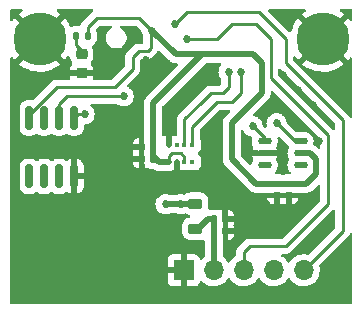
<source format=gbr>
%TF.GenerationSoftware,KiCad,Pcbnew,(6.0.0-0)*%
%TF.CreationDate,2022-03-03T22:17:19-05:00*%
%TF.ProjectId,temp_hum,74656d70-5f68-4756-9d2e-6b696361645f,rev?*%
%TF.SameCoordinates,Original*%
%TF.FileFunction,Copper,L1,Top*%
%TF.FilePolarity,Positive*%
%FSLAX46Y46*%
G04 Gerber Fmt 4.6, Leading zero omitted, Abs format (unit mm)*
G04 Created by KiCad (PCBNEW (6.0.0-0)) date 2022-03-03 22:17:19*
%MOMM*%
%LPD*%
G01*
G04 APERTURE LIST*
G04 Aperture macros list*
%AMRoundRect*
0 Rectangle with rounded corners*
0 $1 Rounding radius*
0 $2 $3 $4 $5 $6 $7 $8 $9 X,Y pos of 4 corners*
0 Add a 4 corners polygon primitive as box body*
4,1,4,$2,$3,$4,$5,$6,$7,$8,$9,$2,$3,0*
0 Add four circle primitives for the rounded corners*
1,1,$1+$1,$2,$3*
1,1,$1+$1,$4,$5*
1,1,$1+$1,$6,$7*
1,1,$1+$1,$8,$9*
0 Add four rect primitives between the rounded corners*
20,1,$1+$1,$2,$3,$4,$5,0*
20,1,$1+$1,$4,$5,$6,$7,0*
20,1,$1+$1,$6,$7,$8,$9,0*
20,1,$1+$1,$8,$9,$2,$3,0*%
G04 Aperture macros list end*
%TA.AperFunction,SMDPad,CuDef*%
%ADD10O,1.185000X0.560000*%
%TD*%
%TA.AperFunction,SMDPad,CuDef*%
%ADD11RoundRect,0.135000X0.135000X0.185000X-0.135000X0.185000X-0.135000X-0.185000X0.135000X-0.185000X0*%
%TD*%
%TA.AperFunction,ComponentPad*%
%ADD12C,4.500000*%
%TD*%
%TA.AperFunction,SMDPad,CuDef*%
%ADD13RoundRect,0.140000X-0.170000X0.140000X-0.170000X-0.140000X0.170000X-0.140000X0.170000X0.140000X0*%
%TD*%
%TA.AperFunction,SMDPad,CuDef*%
%ADD14RoundRect,0.140000X-0.140000X-0.170000X0.140000X-0.170000X0.140000X0.170000X-0.140000X0.170000X0*%
%TD*%
%TA.AperFunction,SMDPad,CuDef*%
%ADD15RoundRect,0.218750X-0.381250X0.218750X-0.381250X-0.218750X0.381250X-0.218750X0.381250X0.218750X0*%
%TD*%
%TA.AperFunction,SMDPad,CuDef*%
%ADD16RoundRect,0.150000X0.150000X-0.825000X0.150000X0.825000X-0.150000X0.825000X-0.150000X-0.825000X0*%
%TD*%
%TA.AperFunction,SMDPad,CuDef*%
%ADD17RoundRect,0.140000X0.140000X0.170000X-0.140000X0.170000X-0.140000X-0.170000X0.140000X-0.170000X0*%
%TD*%
%TA.AperFunction,SMDPad,CuDef*%
%ADD18RoundRect,0.218750X-0.256250X0.218750X-0.256250X-0.218750X0.256250X-0.218750X0.256250X0.218750X0*%
%TD*%
%TA.AperFunction,ComponentPad*%
%ADD19R,1.700000X1.700000*%
%TD*%
%TA.AperFunction,ComponentPad*%
%ADD20O,1.700000X1.700000*%
%TD*%
%TA.AperFunction,SMDPad,CuDef*%
%ADD21R,0.450000X0.450000*%
%TD*%
%TA.AperFunction,ViaPad*%
%ADD22C,0.685800*%
%TD*%
%TA.AperFunction,Conductor*%
%ADD23C,0.508000*%
%TD*%
%TA.AperFunction,Conductor*%
%ADD24C,0.254000*%
%TD*%
G04 APERTURE END LIST*
D10*
%TO.P,U1,1,NC*%
%TO.N,unconnected-(U1-Pad1)*%
X117087000Y-74660000D03*
%TO.P,U1,2,VDD*%
%TO.N,/3V3*%
X117087000Y-73660000D03*
%TO.P,U1,3,SCL*%
%TO.N,/SCL*%
X117087000Y-72660000D03*
%TO.P,U1,4,SDA*%
%TO.N,/SDA*%
X114053000Y-72660000D03*
%TO.P,U1,5,GND*%
%TO.N,GND*%
X114053000Y-73660000D03*
%TO.P,U1,6,NC*%
%TO.N,unconnected-(U1-Pad6)*%
X114053000Y-74660000D03*
%TD*%
D11*
%TO.P,R1,1*%
%TO.N,/3V3*%
X99062000Y-63754000D03*
%TO.P,R1,2*%
%TO.N,Net-(D1-Pad2)*%
X98042000Y-63754000D03*
%TD*%
D12*
%TO.P,H1,1,1*%
%TO.N,GND*%
X95000000Y-64000000D03*
%TD*%
%TO.P,H2,1,1*%
%TO.N,GND*%
X119000000Y-64000000D03*
%TD*%
D13*
%TO.P,C2,1*%
%TO.N,/3V3*%
X115062000Y-76228000D03*
%TO.P,C2,2*%
%TO.N,GND*%
X115062000Y-77188000D03*
%TD*%
D14*
%TO.P,C3,1*%
%TO.N,Net-(C1-Pad1)*%
X109728000Y-80264000D03*
%TO.P,C3,2*%
%TO.N,GND*%
X110688000Y-80264000D03*
%TD*%
D13*
%TO.P,C5,1*%
%TO.N,/3V3*%
X116078000Y-76228000D03*
%TO.P,C5,2*%
%TO.N,GND*%
X116078000Y-77188000D03*
%TD*%
D15*
%TO.P,FB1,1*%
%TO.N,/5V*%
X108176000Y-77931500D03*
%TO.P,FB1,2*%
%TO.N,Net-(C1-Pad1)*%
X108176000Y-80056500D03*
%TD*%
D16*
%TO.P,U4,1,E0*%
%TO.N,unconnected-(U4-Pad1)*%
X94107000Y-75627000D03*
%TO.P,U4,2,E1*%
%TO.N,unconnected-(U4-Pad2)*%
X95377000Y-75627000D03*
%TO.P,U4,3,E2*%
%TO.N,unconnected-(U4-Pad3)*%
X96647000Y-75627000D03*
%TO.P,U4,4,VSS*%
%TO.N,GND*%
X97917000Y-75627000D03*
%TO.P,U4,5,SDA*%
%TO.N,/SDA_EEPROM*%
X97917000Y-70677000D03*
%TO.P,U4,6,SCL*%
%TO.N,/SCL_EEPROM*%
X96647000Y-70677000D03*
%TO.P,U4,7,~{WC}*%
%TO.N,unconnected-(U4-Pad7)*%
X95377000Y-70677000D03*
%TO.P,U4,8,VCC*%
%TO.N,/3V3*%
X94107000Y-70677000D03*
%TD*%
D14*
%TO.P,C1,1*%
%TO.N,Net-(C1-Pad1)*%
X109728000Y-79248000D03*
%TO.P,C1,2*%
%TO.N,GND*%
X110688000Y-79248000D03*
%TD*%
D17*
%TO.P,C4,1*%
%TO.N,/3V3*%
X104620000Y-73152000D03*
%TO.P,C4,2*%
%TO.N,GND*%
X103660000Y-73152000D03*
%TD*%
D18*
%TO.P,D1,1,K*%
%TO.N,GND*%
X98552000Y-66827500D03*
%TO.P,D1,2,A*%
%TO.N,Net-(D1-Pad2)*%
X98552000Y-65252500D03*
%TD*%
D19*
%TO.P,J1,1,Pin_1*%
%TO.N,GND*%
X107193000Y-83566000D03*
D20*
%TO.P,J1,2,Pin_2*%
%TO.N,Net-(C1-Pad1)*%
X109733000Y-83566000D03*
%TO.P,J1,3,Pin_3*%
%TO.N,/A0*%
X112273000Y-83566000D03*
%TO.P,J1,4,Pin_4*%
%TO.N,unconnected-(J1-Pad4)*%
X114813000Y-83566000D03*
%TO.P,J1,5,Pin_5*%
%TO.N,/A1*%
X117353000Y-83566000D03*
%TD*%
D21*
%TO.P,U2,1,GND*%
%TO.N,GND*%
X105959000Y-72935000D03*
%TO.P,U2,2,CSB*%
%TO.N,unconnected-(U2-Pad2)*%
X106609000Y-72935000D03*
%TO.P,U2,3,SDI*%
%TO.N,/SDA*%
X107259000Y-72935000D03*
%TO.P,U2,4,SCK*%
%TO.N,/SCL*%
X107909000Y-72935000D03*
%TO.P,U2,5,SDO*%
%TO.N,unconnected-(U2-Pad5)*%
X107909000Y-74385000D03*
%TO.P,U2,6,VDDIO*%
%TO.N,/3V3*%
X107259000Y-74385000D03*
%TO.P,U2,7,GND*%
%TO.N,GND*%
X106609000Y-74385000D03*
%TO.P,U2,8,VDD*%
%TO.N,/3V3*%
X105959000Y-74385000D03*
%TD*%
D17*
%TO.P,C6,1*%
%TO.N,/3V3*%
X104620000Y-74168000D03*
%TO.P,C6,2*%
%TO.N,GND*%
X103660000Y-74168000D03*
%TD*%
D22*
%TO.N,GND*%
X106172000Y-71628000D03*
X115570000Y-67056000D03*
X109982000Y-74676000D03*
X120142000Y-68326000D03*
X112522000Y-73914000D03*
X104013000Y-66675000D03*
X101092000Y-71120000D03*
X112522000Y-72644000D03*
X118110000Y-69596000D03*
X118618000Y-72644000D03*
X101092000Y-73660000D03*
X109982000Y-71882000D03*
X104013000Y-67564000D03*
X115570000Y-73660000D03*
X116840000Y-68326000D03*
X115824000Y-79248000D03*
X119380000Y-79502000D03*
X113284000Y-79248000D03*
X107442000Y-68834000D03*
X115570000Y-69850000D03*
X106172000Y-70104000D03*
X104394000Y-83566000D03*
X104013000Y-65786000D03*
X118364000Y-80518000D03*
%TO.N,/3V3*%
X104496500Y-63280000D03*
%TO.N,/SDA_EEPROM*%
X98806000Y-70358000D03*
%TO.N,/SDA*%
X110998000Y-66802000D03*
X113030000Y-71374000D03*
%TO.N,/SCL*%
X112014000Y-66802000D03*
X115062000Y-71120000D03*
%TO.N,/SCL_EEPROM*%
X102108000Y-68834000D03*
%TO.N,/5V*%
X106934000Y-77978000D03*
X105664000Y-77978000D03*
%TO.N,/A0*%
X107442000Y-64008000D03*
%TO.N,/A1*%
X106426000Y-62738000D03*
%TD*%
D23*
%TO.N,/3V3*%
X116078000Y-76228000D02*
X117574000Y-76228000D01*
X117574000Y-76228000D02*
X118364000Y-75438000D01*
X118364000Y-75438000D02*
X118364000Y-74168000D01*
X118364000Y-74168000D02*
X117856000Y-73660000D01*
X117856000Y-73660000D02*
X117087000Y-73660000D01*
D24*
%TO.N,/SCL*%
X117087000Y-72660000D02*
X116602000Y-72660000D01*
X116602000Y-72660000D02*
X115062000Y-71120000D01*
%TO.N,/SDA*%
X113030000Y-71374000D02*
X114053000Y-72397000D01*
X114053000Y-72397000D02*
X114053000Y-72660000D01*
D23*
%TO.N,GND*%
X106609000Y-74385000D02*
X106609000Y-75255000D01*
X105959000Y-72935000D02*
X105959000Y-71841000D01*
X105959000Y-71841000D02*
X106172000Y-71628000D01*
D24*
%TO.N,Net-(D1-Pad2)*%
X98042000Y-64514000D02*
X98042000Y-63754000D01*
X98552000Y-65024000D02*
X98042000Y-64514000D01*
X98552000Y-65252500D02*
X98552000Y-65024000D01*
%TO.N,/3V3*%
X102870000Y-65532000D02*
X103378000Y-65024000D01*
D23*
X113030000Y-65278000D02*
X108712000Y-65278000D01*
X104620000Y-69370000D02*
X104620000Y-73152000D01*
X111252000Y-74168000D02*
X111252000Y-71120000D01*
D24*
X99062000Y-62990000D02*
X99062000Y-63754000D01*
X105959000Y-73873000D02*
X106172000Y-73660000D01*
D23*
X113792000Y-68580000D02*
X113792000Y-66040000D01*
D24*
X94107000Y-70677000D02*
X94107000Y-70401337D01*
D23*
X104555000Y-63280000D02*
X106553000Y-65278000D01*
X111252000Y-71120000D02*
X113792000Y-68580000D01*
D24*
X94107000Y-70401337D02*
X96436337Y-68072000D01*
X103446500Y-62230000D02*
X99822000Y-62230000D01*
D23*
X105119000Y-74385000D02*
X105959000Y-74385000D01*
X116078000Y-76228000D02*
X115062000Y-76228000D01*
D24*
X107259000Y-73985000D02*
X107259000Y-74385000D01*
X104394000Y-64770000D02*
X104394000Y-63382500D01*
D23*
X113312000Y-76228000D02*
X111252000Y-74168000D01*
D24*
X106172000Y-73660000D02*
X106934000Y-73660000D01*
D23*
X104620000Y-73886000D02*
X105119000Y-74385000D01*
D24*
X99822000Y-62230000D02*
X99062000Y-62990000D01*
D23*
X106553000Y-65278000D02*
X108712000Y-65278000D01*
D24*
X105959000Y-74385000D02*
X105959000Y-73873000D01*
X104140000Y-65024000D02*
X104394000Y-64770000D01*
D23*
X104620000Y-73152000D02*
X104620000Y-73886000D01*
D24*
X103378000Y-65024000D02*
X104140000Y-65024000D01*
X104496500Y-63280000D02*
X103446500Y-62230000D01*
D23*
X115062000Y-76228000D02*
X113312000Y-76228000D01*
X113792000Y-66040000D02*
X113030000Y-65278000D01*
D24*
X106934000Y-73660000D02*
X107259000Y-73985000D01*
X96436337Y-68072000D02*
X101346000Y-68072000D01*
X104394000Y-63382500D02*
X104496500Y-63280000D01*
X102870000Y-66548000D02*
X102870000Y-65532000D01*
D23*
X108712000Y-65278000D02*
X104620000Y-69370000D01*
X104496500Y-63280000D02*
X104555000Y-63280000D01*
X104620000Y-73886000D02*
X104620000Y-74168000D01*
D24*
X101346000Y-68072000D02*
X102870000Y-66548000D01*
%TO.N,/SDA_EEPROM*%
X98806000Y-70358000D02*
X98236000Y-70358000D01*
X98236000Y-70358000D02*
X97917000Y-70677000D01*
%TO.N,/SDA*%
X109474000Y-68580000D02*
X110490000Y-68580000D01*
X108712000Y-69342000D02*
X109474000Y-68580000D01*
X107259000Y-70795000D02*
X108712000Y-69342000D01*
X107259000Y-72935000D02*
X107259000Y-70795000D01*
X110998000Y-68072000D02*
X110998000Y-66802000D01*
X110490000Y-68580000D02*
X110998000Y-68072000D01*
%TO.N,/SCL*%
X107909000Y-72935000D02*
X107909000Y-71415000D01*
X108204000Y-71120000D02*
X109982000Y-69342000D01*
X110744000Y-69342000D02*
X111252000Y-69342000D01*
X112014000Y-68580000D02*
X112014000Y-66802000D01*
X107909000Y-71415000D02*
X108204000Y-71120000D01*
X111252000Y-69342000D02*
X112014000Y-68580000D01*
X109982000Y-69342000D02*
X110744000Y-69342000D01*
%TO.N,/SCL_EEPROM*%
X97282000Y-68834000D02*
X96647000Y-69469000D01*
X102108000Y-68834000D02*
X97282000Y-68834000D01*
X96647000Y-69469000D02*
X96647000Y-70677000D01*
D23*
%TO.N,/5V*%
X108129500Y-77978000D02*
X108176000Y-77931500D01*
X106934000Y-77978000D02*
X108129500Y-77978000D01*
X105664000Y-77978000D02*
X106934000Y-77978000D01*
%TO.N,Net-(C1-Pad1)*%
X109728000Y-80264000D02*
X109728000Y-83561000D01*
X109220000Y-79248000D02*
X109728000Y-79248000D01*
X108176000Y-80056500D02*
X108411500Y-80056500D01*
X109728000Y-79248000D02*
X109728000Y-80264000D01*
X108411500Y-80056500D02*
X109220000Y-79248000D01*
X109728000Y-83561000D02*
X109733000Y-83566000D01*
D24*
%TO.N,/A0*%
X111252000Y-62738000D02*
X113284000Y-62738000D01*
X119380000Y-72136000D02*
X119380000Y-77978000D01*
X112273000Y-82047000D02*
X112273000Y-83566000D01*
X115824000Y-81534000D02*
X112776000Y-81534000D01*
X109982000Y-64008000D02*
X111252000Y-62738000D01*
X114554000Y-64008000D02*
X114554000Y-67310000D01*
X112776000Y-81534000D02*
X112268000Y-82042000D01*
X119380000Y-77978000D02*
X115824000Y-81534000D01*
X112268000Y-82042000D02*
X112273000Y-82047000D01*
X114554000Y-67310000D02*
X119380000Y-72136000D01*
X107442000Y-64008000D02*
X109982000Y-64008000D01*
X113284000Y-62738000D02*
X114554000Y-64008000D01*
%TO.N,/A1*%
X120650000Y-70866000D02*
X120650000Y-80269000D01*
X106426000Y-62738000D02*
X107442000Y-61722000D01*
X113538000Y-61722000D02*
X115824000Y-64008000D01*
X120650000Y-80269000D02*
X117353000Y-83566000D01*
X107442000Y-61722000D02*
X113538000Y-61722000D01*
X115824000Y-66040000D02*
X120650000Y-70866000D01*
X115824000Y-64008000D02*
X115824000Y-66040000D01*
%TD*%
%TA.AperFunction,Conductor*%
%TO.N,GND*%
G36*
X93508556Y-61466002D02*
G01*
X93555049Y-61519658D01*
X93565153Y-61589932D01*
X93535659Y-61654512D01*
X93504858Y-61680285D01*
X93450196Y-61712805D01*
X93443945Y-61717053D01*
X93250733Y-61866115D01*
X93242267Y-61877773D01*
X93248871Y-61889661D01*
X94987188Y-63627978D01*
X95001132Y-63635592D01*
X95002965Y-63635461D01*
X95009580Y-63631210D01*
X96750162Y-61890628D01*
X96757174Y-61877787D01*
X96749379Y-61867098D01*
X96579886Y-61733481D01*
X96573663Y-61729156D01*
X96492326Y-61679605D01*
X96444557Y-61627082D01*
X96432767Y-61557071D01*
X96460699Y-61491800D01*
X96519485Y-61451992D01*
X96557879Y-61446000D01*
X99432118Y-61446000D01*
X99500239Y-61466002D01*
X99546732Y-61519658D01*
X99556836Y-61589932D01*
X99527342Y-61654512D01*
X99506180Y-61673935D01*
X99477519Y-61694759D01*
X99467595Y-61701278D01*
X99436224Y-61719830D01*
X99436219Y-61719834D01*
X99429401Y-61723866D01*
X99415014Y-61738253D01*
X99399980Y-61751094D01*
X99383513Y-61763058D01*
X99378460Y-61769166D01*
X99355228Y-61797249D01*
X99347238Y-61806029D01*
X98668517Y-62484750D01*
X98660191Y-62492326D01*
X98653697Y-62496447D01*
X98614109Y-62538604D01*
X98606915Y-62546265D01*
X98604160Y-62549107D01*
X98584361Y-62568906D01*
X98581937Y-62572031D01*
X98581929Y-62572040D01*
X98581863Y-62572126D01*
X98574155Y-62581151D01*
X98543783Y-62613494D01*
X98539965Y-62620438D01*
X98539964Y-62620440D01*
X98533978Y-62631329D01*
X98523127Y-62647847D01*
X98510650Y-62663933D01*
X98493024Y-62704666D01*
X98487807Y-62715314D01*
X98466431Y-62754197D01*
X98464460Y-62761872D01*
X98464458Y-62761878D01*
X98461369Y-62773911D01*
X98454966Y-62792613D01*
X98446883Y-62811292D01*
X98445644Y-62819114D01*
X98445643Y-62819118D01*
X98444104Y-62828838D01*
X98413692Y-62892991D01*
X98353425Y-62930518D01*
X98291191Y-62930161D01*
X98290979Y-62931323D01*
X98284643Y-62930165D01*
X98278466Y-62928371D01*
X98272059Y-62927867D01*
X98272055Y-62927866D01*
X98244444Y-62925693D01*
X98244438Y-62925693D01*
X98241989Y-62925500D01*
X98042122Y-62925500D01*
X97842012Y-62925501D01*
X97805534Y-62928371D01*
X97765562Y-62939984D01*
X97677727Y-62965502D01*
X97606730Y-62965299D01*
X97547114Y-62926745D01*
X97527602Y-62896055D01*
X97450172Y-62723363D01*
X97446655Y-62716636D01*
X97279054Y-62438252D01*
X97274757Y-62431999D01*
X97133617Y-62251022D01*
X97121823Y-62242551D01*
X97110113Y-62249097D01*
X95372022Y-63987188D01*
X95364408Y-64001132D01*
X95364539Y-64002965D01*
X95368790Y-64009580D01*
X97108825Y-65749615D01*
X97121948Y-65756781D01*
X97132250Y-65749391D01*
X97241429Y-65615285D01*
X97245842Y-65609144D01*
X97336608Y-65465287D01*
X97389874Y-65418349D01*
X97460062Y-65407659D01*
X97524886Y-65436613D01*
X97563766Y-65496018D01*
X97567934Y-65519631D01*
X97568500Y-65519572D01*
X97579022Y-65620982D01*
X97632692Y-65781849D01*
X97721929Y-65926055D01*
X97727107Y-65931224D01*
X97747159Y-65951241D01*
X97781238Y-66013523D01*
X97776235Y-66084343D01*
X97747314Y-66129432D01*
X97726702Y-66150080D01*
X97717690Y-66161491D01*
X97636447Y-66293291D01*
X97630303Y-66306468D01*
X97581421Y-66453843D01*
X97578555Y-66467210D01*
X97569386Y-66556700D01*
X97573475Y-66570624D01*
X97574865Y-66571829D01*
X97582548Y-66573500D01*
X99516885Y-66573500D01*
X99532124Y-66569025D01*
X99533329Y-66567635D01*
X99534842Y-66560679D01*
X99534663Y-66557218D01*
X99525196Y-66465979D01*
X99522303Y-66452583D01*
X99473170Y-66305313D01*
X99466996Y-66292134D01*
X99385530Y-66160486D01*
X99376494Y-66149085D01*
X99356842Y-66129467D01*
X99322763Y-66067184D01*
X99327766Y-65996364D01*
X99356686Y-65951277D01*
X99377692Y-65930234D01*
X99382864Y-65925053D01*
X99471849Y-65780692D01*
X99511315Y-65661708D01*
X99523072Y-65626262D01*
X99523072Y-65626260D01*
X99525238Y-65619731D01*
X99535500Y-65519572D01*
X99535500Y-64985428D01*
X99524978Y-64884018D01*
X99471308Y-64723151D01*
X99467458Y-64716929D01*
X99467454Y-64716921D01*
X99448910Y-64686953D01*
X99430073Y-64618501D01*
X99451235Y-64550732D01*
X99491916Y-64512198D01*
X99587720Y-64455540D01*
X99594541Y-64451506D01*
X99709506Y-64336541D01*
X99792269Y-64196596D01*
X99837629Y-64040466D01*
X99840185Y-64008000D01*
X99840307Y-64006444D01*
X99840307Y-64006438D01*
X99840500Y-64003989D01*
X99840499Y-63504012D01*
X99837629Y-63467534D01*
X99792269Y-63311404D01*
X99785182Y-63299420D01*
X99767725Y-63230603D01*
X99790244Y-63163272D01*
X99804543Y-63146189D01*
X100048327Y-62902405D01*
X100110639Y-62868379D01*
X100137422Y-62865500D01*
X101020069Y-62865500D01*
X101088190Y-62885502D01*
X101134683Y-62939158D01*
X101144787Y-63009432D01*
X101115293Y-63074012D01*
X101083070Y-63100619D01*
X100950376Y-63177229D01*
X100945469Y-63181647D01*
X100945468Y-63181648D01*
X100879333Y-63241197D01*
X100811579Y-63302203D01*
X100807700Y-63307542D01*
X100706263Y-63447158D01*
X100701798Y-63453303D01*
X100699114Y-63459331D01*
X100699113Y-63459333D01*
X100628519Y-63617891D01*
X100625832Y-63623926D01*
X100617514Y-63663058D01*
X100591831Y-63783888D01*
X100587000Y-63806615D01*
X100587000Y-63993385D01*
X100588372Y-63999837D01*
X100588372Y-63999842D01*
X100600625Y-64057486D01*
X100625832Y-64176074D01*
X100628517Y-64182104D01*
X100628517Y-64182105D01*
X100698038Y-64338251D01*
X100701798Y-64346697D01*
X100705678Y-64352038D01*
X100705679Y-64352039D01*
X100773873Y-64445900D01*
X100811579Y-64497797D01*
X100816481Y-64502210D01*
X100816482Y-64502212D01*
X100945468Y-64618352D01*
X100950376Y-64622771D01*
X100956097Y-64626074D01*
X101101363Y-64709943D01*
X101112124Y-64716156D01*
X101155021Y-64730094D01*
X101283474Y-64771831D01*
X101283475Y-64771831D01*
X101289753Y-64773871D01*
X101296316Y-64774561D01*
X101296317Y-64774561D01*
X101319097Y-64776955D01*
X101428937Y-64788500D01*
X101522063Y-64788500D01*
X101631903Y-64776955D01*
X101654683Y-64774561D01*
X101654684Y-64774561D01*
X101661247Y-64773871D01*
X101667525Y-64771831D01*
X101667526Y-64771831D01*
X101795979Y-64730094D01*
X101838876Y-64716156D01*
X101849638Y-64709943D01*
X101994903Y-64626074D01*
X102000624Y-64622771D01*
X102005532Y-64618352D01*
X102134518Y-64502212D01*
X102134519Y-64502210D01*
X102139421Y-64497797D01*
X102177127Y-64445900D01*
X102245321Y-64352039D01*
X102245322Y-64352038D01*
X102249202Y-64346697D01*
X102252963Y-64338251D01*
X102322483Y-64182105D01*
X102322483Y-64182104D01*
X102325168Y-64176074D01*
X102350375Y-64057486D01*
X102362628Y-63999842D01*
X102362628Y-63999837D01*
X102364000Y-63993385D01*
X102364000Y-63806615D01*
X102359170Y-63783888D01*
X102333486Y-63663058D01*
X102325168Y-63623926D01*
X102322481Y-63617891D01*
X102251887Y-63459333D01*
X102251886Y-63459331D01*
X102249202Y-63453303D01*
X102244738Y-63447158D01*
X102143300Y-63307542D01*
X102139421Y-63302203D01*
X102071668Y-63241197D01*
X102005532Y-63181648D01*
X102005531Y-63181647D01*
X102000624Y-63177229D01*
X101867931Y-63100619D01*
X101818938Y-63049237D01*
X101805502Y-62979523D01*
X101831888Y-62913612D01*
X101889720Y-62872430D01*
X101930931Y-62865500D01*
X103131078Y-62865500D01*
X103199199Y-62885502D01*
X103220173Y-62902405D01*
X103613867Y-63296099D01*
X103647893Y-63358411D01*
X103650082Y-63372023D01*
X103659118Y-63457991D01*
X103714423Y-63628203D01*
X103741620Y-63675309D01*
X103758500Y-63738307D01*
X103758500Y-64262500D01*
X103738498Y-64330621D01*
X103684842Y-64377114D01*
X103632500Y-64388500D01*
X103457020Y-64388500D01*
X103445791Y-64387971D01*
X103438281Y-64386292D01*
X103430355Y-64386541D01*
X103430354Y-64386541D01*
X103370002Y-64388438D01*
X103366044Y-64388500D01*
X103338017Y-64388500D01*
X103333971Y-64389011D01*
X103322143Y-64389942D01*
X103277795Y-64391336D01*
X103270178Y-64393549D01*
X103258253Y-64397013D01*
X103238894Y-64401022D01*
X103237633Y-64401181D01*
X103218701Y-64403573D01*
X103211337Y-64406489D01*
X103211332Y-64406490D01*
X103189421Y-64415166D01*
X103177428Y-64419914D01*
X103166224Y-64423751D01*
X103123607Y-64436132D01*
X103113952Y-64441842D01*
X103106094Y-64446489D01*
X103088343Y-64455185D01*
X103076785Y-64459761D01*
X103076780Y-64459764D01*
X103069412Y-64462681D01*
X103062997Y-64467342D01*
X103033507Y-64488767D01*
X103023585Y-64495284D01*
X102992228Y-64513828D01*
X102992225Y-64513830D01*
X102985401Y-64517866D01*
X102971014Y-64532253D01*
X102955980Y-64545094D01*
X102939513Y-64557058D01*
X102934460Y-64563166D01*
X102911228Y-64591249D01*
X102903238Y-64600029D01*
X102476517Y-65026750D01*
X102468191Y-65034326D01*
X102461697Y-65038447D01*
X102456274Y-65044222D01*
X102414915Y-65088265D01*
X102412160Y-65091107D01*
X102392361Y-65110906D01*
X102389937Y-65114031D01*
X102389929Y-65114040D01*
X102389863Y-65114126D01*
X102382155Y-65123151D01*
X102351783Y-65155494D01*
X102347965Y-65162438D01*
X102347964Y-65162440D01*
X102341978Y-65173329D01*
X102331127Y-65189847D01*
X102318650Y-65205933D01*
X102301024Y-65246666D01*
X102295807Y-65257314D01*
X102274431Y-65296197D01*
X102272460Y-65303872D01*
X102272458Y-65303878D01*
X102269369Y-65315911D01*
X102262966Y-65334613D01*
X102254883Y-65353292D01*
X102253644Y-65361117D01*
X102247940Y-65397127D01*
X102245535Y-65408740D01*
X102234500Y-65451718D01*
X102234500Y-65472065D01*
X102232949Y-65491776D01*
X102229765Y-65511879D01*
X102230511Y-65519771D01*
X102233941Y-65556056D01*
X102234500Y-65567914D01*
X102234500Y-66232577D01*
X102214498Y-66300698D01*
X102197595Y-66321672D01*
X101119672Y-67399595D01*
X101057360Y-67433621D01*
X101030577Y-67436500D01*
X99619062Y-67436500D01*
X99550941Y-67416498D01*
X99504448Y-67362842D01*
X99494344Y-67292568D01*
X99499469Y-67270834D01*
X99522578Y-67201160D01*
X99525445Y-67187790D01*
X99534614Y-67098300D01*
X99530525Y-67084376D01*
X99529135Y-67083171D01*
X99521452Y-67081500D01*
X97587115Y-67081500D01*
X97571876Y-67085975D01*
X97570671Y-67087365D01*
X97569158Y-67094321D01*
X97569337Y-67097782D01*
X97578804Y-67189021D01*
X97581697Y-67202417D01*
X97604453Y-67270624D01*
X97607037Y-67341573D01*
X97570854Y-67402657D01*
X97507390Y-67434482D01*
X97484929Y-67436500D01*
X96515369Y-67436500D01*
X96504130Y-67435970D01*
X96496618Y-67434291D01*
X96488693Y-67434540D01*
X96488692Y-67434540D01*
X96428307Y-67436438D01*
X96424349Y-67436500D01*
X96396354Y-67436500D01*
X96392420Y-67436997D01*
X96392418Y-67436997D01*
X96392331Y-67437008D01*
X96380497Y-67437940D01*
X96336132Y-67439335D01*
X96328519Y-67441547D01*
X96328518Y-67441547D01*
X96316589Y-67445013D01*
X96297225Y-67449023D01*
X96284897Y-67450580D01*
X96284895Y-67450580D01*
X96277038Y-67451573D01*
X96269674Y-67454489D01*
X96269669Y-67454490D01*
X96235781Y-67467907D01*
X96224552Y-67471752D01*
X96207872Y-67476598D01*
X96181944Y-67484131D01*
X96175117Y-67488169D01*
X96175114Y-67488170D01*
X96164431Y-67494488D01*
X96146673Y-67503188D01*
X96135122Y-67507761D01*
X96135116Y-67507765D01*
X96127749Y-67510681D01*
X96121338Y-67515339D01*
X96121336Y-67515340D01*
X96091849Y-67536764D01*
X96081927Y-67543281D01*
X96050569Y-67561826D01*
X96050565Y-67561829D01*
X96043739Y-67565866D01*
X96029355Y-67580250D01*
X96014321Y-67593091D01*
X95997850Y-67605058D01*
X95992797Y-67611166D01*
X95969560Y-67639255D01*
X95961570Y-67648035D01*
X94450423Y-69159182D01*
X94388111Y-69193208D01*
X94351442Y-69195699D01*
X94325958Y-69193693D01*
X94325950Y-69193693D01*
X94323502Y-69193500D01*
X93890498Y-69193500D01*
X93888050Y-69193693D01*
X93888042Y-69193693D01*
X93859579Y-69195933D01*
X93859574Y-69195934D01*
X93853169Y-69196438D01*
X93753231Y-69225472D01*
X93701012Y-69240643D01*
X93701010Y-69240644D01*
X93693399Y-69242855D01*
X93686572Y-69246892D01*
X93686573Y-69246892D01*
X93557020Y-69323509D01*
X93557017Y-69323511D01*
X93550193Y-69327547D01*
X93432547Y-69445193D01*
X93428511Y-69452017D01*
X93428509Y-69452020D01*
X93403940Y-69493564D01*
X93347855Y-69588399D01*
X93301438Y-69748169D01*
X93298500Y-69785498D01*
X93298500Y-71568502D01*
X93301438Y-71605831D01*
X93326558Y-71692295D01*
X93341406Y-71743402D01*
X93347855Y-71765601D01*
X93351892Y-71772427D01*
X93428509Y-71901980D01*
X93428511Y-71901983D01*
X93432547Y-71908807D01*
X93550193Y-72026453D01*
X93557017Y-72030489D01*
X93557020Y-72030491D01*
X93651030Y-72086088D01*
X93693399Y-72111145D01*
X93701010Y-72113356D01*
X93701012Y-72113357D01*
X93717273Y-72118081D01*
X93853169Y-72157562D01*
X93859574Y-72158066D01*
X93859579Y-72158067D01*
X93888042Y-72160307D01*
X93888050Y-72160307D01*
X93890498Y-72160500D01*
X94323502Y-72160500D01*
X94325950Y-72160307D01*
X94325958Y-72160307D01*
X94354421Y-72158067D01*
X94354426Y-72158066D01*
X94360831Y-72157562D01*
X94496727Y-72118081D01*
X94512988Y-72113357D01*
X94512990Y-72113356D01*
X94520601Y-72111145D01*
X94663807Y-72026453D01*
X94666489Y-72023771D01*
X94730861Y-71998498D01*
X94800484Y-72012400D01*
X94816312Y-72022572D01*
X94820193Y-72026453D01*
X94963399Y-72111145D01*
X94971010Y-72113356D01*
X94971012Y-72113357D01*
X94987273Y-72118081D01*
X95123169Y-72157562D01*
X95129574Y-72158066D01*
X95129579Y-72158067D01*
X95158042Y-72160307D01*
X95158050Y-72160307D01*
X95160498Y-72160500D01*
X95593502Y-72160500D01*
X95595950Y-72160307D01*
X95595958Y-72160307D01*
X95624421Y-72158067D01*
X95624426Y-72158066D01*
X95630831Y-72157562D01*
X95766727Y-72118081D01*
X95782988Y-72113357D01*
X95782990Y-72113356D01*
X95790601Y-72111145D01*
X95933807Y-72026453D01*
X95936489Y-72023771D01*
X96000861Y-71998498D01*
X96070484Y-72012400D01*
X96086312Y-72022572D01*
X96090193Y-72026453D01*
X96233399Y-72111145D01*
X96241010Y-72113356D01*
X96241012Y-72113357D01*
X96257273Y-72118081D01*
X96393169Y-72157562D01*
X96399574Y-72158066D01*
X96399579Y-72158067D01*
X96428042Y-72160307D01*
X96428050Y-72160307D01*
X96430498Y-72160500D01*
X96863502Y-72160500D01*
X96865950Y-72160307D01*
X96865958Y-72160307D01*
X96894421Y-72158067D01*
X96894426Y-72158066D01*
X96900831Y-72157562D01*
X97036727Y-72118081D01*
X97052988Y-72113357D01*
X97052990Y-72113356D01*
X97060601Y-72111145D01*
X97203807Y-72026453D01*
X97206489Y-72023771D01*
X97270861Y-71998498D01*
X97340484Y-72012400D01*
X97356312Y-72022572D01*
X97360193Y-72026453D01*
X97503399Y-72111145D01*
X97511010Y-72113356D01*
X97511012Y-72113357D01*
X97527273Y-72118081D01*
X97663169Y-72157562D01*
X97669574Y-72158066D01*
X97669579Y-72158067D01*
X97698042Y-72160307D01*
X97698050Y-72160307D01*
X97700498Y-72160500D01*
X98133502Y-72160500D01*
X98135950Y-72160307D01*
X98135958Y-72160307D01*
X98164421Y-72158067D01*
X98164426Y-72158066D01*
X98170831Y-72157562D01*
X98306727Y-72118081D01*
X98322988Y-72113357D01*
X98322990Y-72113356D01*
X98330601Y-72111145D01*
X98372970Y-72086088D01*
X98466980Y-72030491D01*
X98466983Y-72030489D01*
X98473807Y-72026453D01*
X98591453Y-71908807D01*
X98595489Y-71901983D01*
X98595491Y-71901980D01*
X98672108Y-71772427D01*
X98676145Y-71765601D01*
X98682595Y-71743402D01*
X98697442Y-71692295D01*
X98722562Y-71605831D01*
X98725500Y-71568502D01*
X98725500Y-71335400D01*
X98745502Y-71267279D01*
X98799158Y-71220786D01*
X98851500Y-71209400D01*
X98895486Y-71209400D01*
X98901939Y-71208028D01*
X98901943Y-71208028D01*
X98988026Y-71189730D01*
X99070546Y-71172190D01*
X99076577Y-71169505D01*
X99228015Y-71102081D01*
X99228017Y-71102080D01*
X99234045Y-71099396D01*
X99239387Y-71095515D01*
X99373492Y-70998082D01*
X99373494Y-70998080D01*
X99378836Y-70994199D01*
X99431092Y-70936163D01*
X99494172Y-70866105D01*
X99494173Y-70866104D01*
X99498591Y-70861197D01*
X99565687Y-70744984D01*
X99584773Y-70711926D01*
X99584774Y-70711925D01*
X99588077Y-70706203D01*
X99629437Y-70578911D01*
X99641342Y-70542270D01*
X99641342Y-70542269D01*
X99643382Y-70535991D01*
X99644790Y-70522600D01*
X99661400Y-70364565D01*
X99662090Y-70358000D01*
X99656753Y-70307226D01*
X99644072Y-70186573D01*
X99644072Y-70186572D01*
X99643382Y-70180009D01*
X99588077Y-70009797D01*
X99580979Y-69997502D01*
X99501892Y-69860521D01*
X99498591Y-69854803D01*
X99433978Y-69783042D01*
X99383258Y-69726712D01*
X99383257Y-69726711D01*
X99378836Y-69721801D01*
X99345299Y-69697435D01*
X99301947Y-69641213D01*
X99295872Y-69570477D01*
X99329004Y-69507685D01*
X99390824Y-69472774D01*
X99419362Y-69469500D01*
X101493262Y-69469500D01*
X101561383Y-69489502D01*
X101567323Y-69493564D01*
X101673185Y-69570477D01*
X101679955Y-69575396D01*
X101685983Y-69578080D01*
X101685985Y-69578081D01*
X101772510Y-69616604D01*
X101843454Y-69648190D01*
X101930984Y-69666795D01*
X102012057Y-69684028D01*
X102012061Y-69684028D01*
X102018514Y-69685400D01*
X102197486Y-69685400D01*
X102203939Y-69684028D01*
X102203943Y-69684028D01*
X102285016Y-69666795D01*
X102372546Y-69648190D01*
X102443490Y-69616604D01*
X102530015Y-69578081D01*
X102530017Y-69578080D01*
X102536045Y-69575396D01*
X102541387Y-69571515D01*
X102675492Y-69474082D01*
X102675494Y-69474080D01*
X102680836Y-69470199D01*
X102685258Y-69465288D01*
X102796172Y-69342105D01*
X102796173Y-69342104D01*
X102800591Y-69337197D01*
X102877586Y-69203838D01*
X102886773Y-69187926D01*
X102886774Y-69187925D01*
X102890077Y-69182203D01*
X102929171Y-69061885D01*
X102943342Y-69018270D01*
X102943342Y-69018269D01*
X102945382Y-69011991D01*
X102955373Y-68916940D01*
X102963400Y-68840565D01*
X102964090Y-68834000D01*
X102960958Y-68804205D01*
X102946072Y-68662573D01*
X102946072Y-68662572D01*
X102945382Y-68656009D01*
X102936937Y-68630016D01*
X102892119Y-68492082D01*
X102890077Y-68485797D01*
X102800591Y-68330803D01*
X102740588Y-68264162D01*
X102685258Y-68202712D01*
X102685257Y-68202711D01*
X102680836Y-68197801D01*
X102564198Y-68113058D01*
X102541387Y-68096485D01*
X102541386Y-68096484D01*
X102536045Y-68092604D01*
X102487701Y-68071080D01*
X102433605Y-68025101D01*
X102412955Y-67957174D01*
X102432307Y-67888865D01*
X102449854Y-67866878D01*
X103263477Y-67053255D01*
X103271803Y-67045678D01*
X103278303Y-67041553D01*
X103297266Y-67021360D01*
X103325100Y-66991719D01*
X103327855Y-66988877D01*
X103347638Y-66969094D01*
X103350129Y-66965883D01*
X103357838Y-66956856D01*
X103382789Y-66930286D01*
X103388217Y-66924506D01*
X103398022Y-66906671D01*
X103408876Y-66890147D01*
X103416491Y-66880330D01*
X103416492Y-66880329D01*
X103421349Y-66874067D01*
X103438969Y-66833350D01*
X103444192Y-66822689D01*
X103461749Y-66790753D01*
X103461751Y-66790748D01*
X103465569Y-66783803D01*
X103467539Y-66776129D01*
X103467542Y-66776122D01*
X103470632Y-66764087D01*
X103477036Y-66745382D01*
X103481967Y-66733987D01*
X103485117Y-66726708D01*
X103492060Y-66682873D01*
X103494467Y-66671251D01*
X103505500Y-66628282D01*
X103505500Y-66607935D01*
X103507051Y-66588224D01*
X103508995Y-66575950D01*
X103510235Y-66568121D01*
X103506059Y-66523944D01*
X103505500Y-66512086D01*
X103505500Y-65847422D01*
X103525502Y-65779301D01*
X103542405Y-65758327D01*
X103604327Y-65696405D01*
X103666639Y-65662379D01*
X103693422Y-65659500D01*
X104060980Y-65659500D01*
X104072214Y-65660030D01*
X104079719Y-65661708D01*
X104148012Y-65659562D01*
X104151969Y-65659500D01*
X104179983Y-65659500D01*
X104183908Y-65659004D01*
X104183909Y-65659004D01*
X104184004Y-65658992D01*
X104195849Y-65658059D01*
X104225670Y-65657122D01*
X104232282Y-65656914D01*
X104232283Y-65656914D01*
X104240205Y-65656665D01*
X104259749Y-65650987D01*
X104279112Y-65646977D01*
X104291440Y-65645420D01*
X104291442Y-65645420D01*
X104299299Y-65644427D01*
X104306663Y-65641511D01*
X104306668Y-65641510D01*
X104340556Y-65628093D01*
X104351785Y-65624248D01*
X104368465Y-65619402D01*
X104394393Y-65611869D01*
X104401220Y-65607831D01*
X104401223Y-65607830D01*
X104411906Y-65601512D01*
X104429664Y-65592812D01*
X104441215Y-65588239D01*
X104441221Y-65588235D01*
X104448588Y-65585319D01*
X104484491Y-65559234D01*
X104494410Y-65552719D01*
X104525768Y-65534174D01*
X104525772Y-65534171D01*
X104532598Y-65530134D01*
X104546982Y-65515750D01*
X104562016Y-65502909D01*
X104572073Y-65495602D01*
X104578487Y-65490942D01*
X104606778Y-65456744D01*
X104614767Y-65447965D01*
X104787477Y-65275255D01*
X104795803Y-65267678D01*
X104802303Y-65263553D01*
X104849101Y-65213718D01*
X104851855Y-65210877D01*
X104871638Y-65191094D01*
X104874129Y-65187883D01*
X104881838Y-65178856D01*
X104897254Y-65162440D01*
X104912217Y-65146506D01*
X104922022Y-65128671D01*
X104932876Y-65112147D01*
X104940491Y-65102330D01*
X104940492Y-65102329D01*
X104945349Y-65096067D01*
X104962969Y-65055350D01*
X104968191Y-65044689D01*
X104974605Y-65033023D01*
X104984246Y-65015487D01*
X105034591Y-64965428D01*
X105104008Y-64950535D01*
X105170457Y-64975536D01*
X105183755Y-64987093D01*
X105966190Y-65769528D01*
X105978577Y-65783941D01*
X105991546Y-65801564D01*
X105997129Y-65806307D01*
X106032055Y-65835979D01*
X106039571Y-65842909D01*
X106045315Y-65848653D01*
X106048189Y-65850927D01*
X106048196Y-65850933D01*
X106067711Y-65866372D01*
X106071115Y-65869163D01*
X106121472Y-65911945D01*
X106121476Y-65911948D01*
X106127051Y-65916684D01*
X106133568Y-65920012D01*
X106138632Y-65923389D01*
X106143856Y-65926616D01*
X106149600Y-65931160D01*
X106216104Y-65962242D01*
X106220001Y-65964147D01*
X106285404Y-65997543D01*
X106292518Y-65999284D01*
X106298252Y-66001416D01*
X106304048Y-66003344D01*
X106310680Y-66006444D01*
X106382555Y-66021394D01*
X106386839Y-66022364D01*
X106458112Y-66039804D01*
X106463714Y-66040152D01*
X106463717Y-66040152D01*
X106469330Y-66040500D01*
X106469328Y-66040537D01*
X106473227Y-66040773D01*
X106477598Y-66041163D01*
X106484757Y-66042652D01*
X106562577Y-66040546D01*
X106565986Y-66040500D01*
X106566972Y-66040500D01*
X106635093Y-66060502D01*
X106681586Y-66114158D01*
X106691690Y-66184432D01*
X106662196Y-66249012D01*
X106656067Y-66255595D01*
X104128472Y-68783190D01*
X104114059Y-68795577D01*
X104096436Y-68808546D01*
X104084733Y-68822321D01*
X104062021Y-68849055D01*
X104055091Y-68856571D01*
X104049347Y-68862315D01*
X104047073Y-68865189D01*
X104047067Y-68865196D01*
X104031628Y-68884711D01*
X104028837Y-68888115D01*
X103986055Y-68938472D01*
X103986052Y-68938476D01*
X103981316Y-68944051D01*
X103977988Y-68950568D01*
X103974611Y-68955632D01*
X103971384Y-68960856D01*
X103966840Y-68966600D01*
X103963741Y-68973231D01*
X103935768Y-69033082D01*
X103933837Y-69037033D01*
X103900457Y-69102404D01*
X103898716Y-69109519D01*
X103896579Y-69115265D01*
X103894655Y-69121048D01*
X103891556Y-69127679D01*
X103877255Y-69196438D01*
X103876608Y-69199547D01*
X103875639Y-69203829D01*
X103858196Y-69275112D01*
X103857500Y-69286330D01*
X103857461Y-69286328D01*
X103857228Y-69290229D01*
X103856839Y-69294588D01*
X103855348Y-69301756D01*
X103855546Y-69309073D01*
X103857454Y-69379577D01*
X103857500Y-69382986D01*
X103857500Y-72782282D01*
X103852497Y-72817435D01*
X103836188Y-72873569D01*
X103836187Y-72873574D01*
X103834394Y-72879746D01*
X103833890Y-72886151D01*
X103833889Y-72886156D01*
X103833191Y-72895031D01*
X103831500Y-72916516D01*
X103831500Y-73387484D01*
X103831693Y-73389932D01*
X103831693Y-73389940D01*
X103833509Y-73413008D01*
X103834394Y-73424254D01*
X103836187Y-73430426D01*
X103836188Y-73430431D01*
X103852497Y-73486565D01*
X103857500Y-73521718D01*
X103857500Y-73798282D01*
X103852497Y-73833435D01*
X103836188Y-73889569D01*
X103836187Y-73889574D01*
X103834394Y-73895746D01*
X103833890Y-73902151D01*
X103833889Y-73902156D01*
X103832351Y-73921703D01*
X103831500Y-73932516D01*
X103831500Y-74403484D01*
X103831693Y-74405932D01*
X103831693Y-74405940D01*
X103833184Y-74424876D01*
X103834394Y-74440254D01*
X103851572Y-74499380D01*
X103874538Y-74578430D01*
X103880106Y-74597597D01*
X103884141Y-74604419D01*
X103884141Y-74604420D01*
X103896454Y-74625240D01*
X103914000Y-74689379D01*
X103914000Y-74961558D01*
X103917973Y-74975089D01*
X103925871Y-74976224D01*
X104051784Y-74939643D01*
X104066222Y-74933395D01*
X104075372Y-74927984D01*
X104144188Y-74910526D01*
X104203647Y-74927985D01*
X104211531Y-74932647D01*
X104220403Y-74937894D01*
X104228014Y-74940105D01*
X104228016Y-74940106D01*
X104278995Y-74954916D01*
X104377746Y-74983606D01*
X104384151Y-74984110D01*
X104384156Y-74984111D01*
X104412060Y-74986307D01*
X104412068Y-74986307D01*
X104414516Y-74986500D01*
X104602986Y-74986500D01*
X104671107Y-75006502D01*
X104684567Y-75016476D01*
X104693051Y-75023684D01*
X104699568Y-75027012D01*
X104704632Y-75030389D01*
X104709856Y-75033616D01*
X104715600Y-75038160D01*
X104782104Y-75069242D01*
X104786001Y-75071147D01*
X104851404Y-75104543D01*
X104858518Y-75106284D01*
X104864252Y-75108416D01*
X104870048Y-75110344D01*
X104876680Y-75113444D01*
X104948555Y-75128394D01*
X104952839Y-75129364D01*
X105024112Y-75146804D01*
X105029714Y-75147152D01*
X105029717Y-75147152D01*
X105035330Y-75147500D01*
X105035328Y-75147537D01*
X105039227Y-75147773D01*
X105043598Y-75148163D01*
X105050757Y-75149652D01*
X105128577Y-75147546D01*
X105131986Y-75147500D01*
X106003525Y-75147500D01*
X106096402Y-75136672D01*
X106128335Y-75132949D01*
X106128337Y-75132949D01*
X106135607Y-75132101D01*
X106142484Y-75129605D01*
X106142487Y-75129604D01*
X106152247Y-75126061D01*
X106195238Y-75118500D01*
X106232134Y-75118500D01*
X106272720Y-75114091D01*
X106299933Y-75114091D01*
X106332517Y-75117631D01*
X106339328Y-75118000D01*
X106365885Y-75118000D01*
X106381124Y-75113525D01*
X106403389Y-75087830D01*
X106403918Y-75088288D01*
X106410682Y-75075900D01*
X106430839Y-75060793D01*
X106430705Y-75060615D01*
X106533435Y-74983623D01*
X106599941Y-74958775D01*
X106669324Y-74973828D01*
X106684565Y-74983623D01*
X106785295Y-75059116D01*
X106787295Y-75060615D01*
X106787079Y-75060904D01*
X106833139Y-75107065D01*
X106835353Y-75112418D01*
X106839865Y-75116328D01*
X106847548Y-75117999D01*
X106878670Y-75117999D01*
X106885488Y-75117630D01*
X106918067Y-75114091D01*
X106945280Y-75114091D01*
X106985866Y-75118500D01*
X107532134Y-75118500D01*
X107535529Y-75118131D01*
X107535533Y-75118131D01*
X107564962Y-75114934D01*
X107570394Y-75114344D01*
X107597606Y-75114344D01*
X107603038Y-75114934D01*
X107632467Y-75118131D01*
X107632471Y-75118131D01*
X107635866Y-75118500D01*
X108182134Y-75118500D01*
X108244316Y-75111745D01*
X108380705Y-75060615D01*
X108497261Y-74973261D01*
X108584615Y-74856705D01*
X108635745Y-74720316D01*
X108642500Y-74658134D01*
X108642500Y-74111866D01*
X108635745Y-74049684D01*
X108584615Y-73913295D01*
X108497261Y-73796739D01*
X108449340Y-73760824D01*
X108406827Y-73703967D01*
X108401801Y-73633149D01*
X108435861Y-73570855D01*
X108449330Y-73559183D01*
X108497261Y-73523261D01*
X108584615Y-73406705D01*
X108635745Y-73270316D01*
X108642500Y-73208134D01*
X108642500Y-72661866D01*
X108635745Y-72599684D01*
X108584615Y-72463295D01*
X108579232Y-72456112D01*
X108579230Y-72456109D01*
X108569673Y-72443358D01*
X108544826Y-72376852D01*
X108544500Y-72367794D01*
X108544500Y-71730423D01*
X108564502Y-71662302D01*
X108581405Y-71641328D01*
X108681639Y-71541094D01*
X108681642Y-71541090D01*
X110208328Y-70014405D01*
X110270640Y-69980379D01*
X110297423Y-69977500D01*
X111011972Y-69977500D01*
X111080093Y-69997502D01*
X111126586Y-70051158D01*
X111136690Y-70121432D01*
X111107196Y-70186012D01*
X111101067Y-70192595D01*
X110760472Y-70533190D01*
X110746059Y-70545577D01*
X110728436Y-70558546D01*
X110713326Y-70576332D01*
X110694021Y-70599055D01*
X110687091Y-70606571D01*
X110681347Y-70612315D01*
X110679073Y-70615189D01*
X110679067Y-70615196D01*
X110663628Y-70634711D01*
X110660837Y-70638115D01*
X110618055Y-70688472D01*
X110618052Y-70688476D01*
X110613316Y-70694051D01*
X110609988Y-70700568D01*
X110606611Y-70705632D01*
X110603384Y-70710856D01*
X110598840Y-70716600D01*
X110595741Y-70723231D01*
X110567768Y-70783082D01*
X110565837Y-70787033D01*
X110532457Y-70852404D01*
X110530716Y-70859519D01*
X110528579Y-70865265D01*
X110526655Y-70871048D01*
X110523556Y-70877679D01*
X110508811Y-70948573D01*
X110508608Y-70949547D01*
X110507639Y-70953829D01*
X110490196Y-71025112D01*
X110489849Y-71030711D01*
X110489848Y-71030715D01*
X110489500Y-71036328D01*
X110489500Y-71036330D01*
X110489461Y-71036328D01*
X110489228Y-71040229D01*
X110488839Y-71044588D01*
X110487348Y-71051756D01*
X110487546Y-71059073D01*
X110489454Y-71129577D01*
X110489500Y-71132986D01*
X110489500Y-74100624D01*
X110488067Y-74119574D01*
X110485876Y-74133973D01*
X110485876Y-74133979D01*
X110484776Y-74141208D01*
X110485369Y-74148500D01*
X110485369Y-74148503D01*
X110489085Y-74194183D01*
X110489500Y-74204398D01*
X110489500Y-74212525D01*
X110492811Y-74240924D01*
X110493238Y-74245244D01*
X110499191Y-74318426D01*
X110501446Y-74325386D01*
X110502640Y-74331363D01*
X110504051Y-74337333D01*
X110504899Y-74344607D01*
X110507397Y-74351489D01*
X110507398Y-74351493D01*
X110529945Y-74413607D01*
X110531355Y-74417711D01*
X110553987Y-74487575D01*
X110557787Y-74493838D01*
X110560325Y-74499380D01*
X110563067Y-74504856D01*
X110565566Y-74511741D01*
X110569581Y-74517865D01*
X110605815Y-74573132D01*
X110608130Y-74576800D01*
X110646227Y-74639581D01*
X110649941Y-74643786D01*
X110649943Y-74643789D01*
X110653667Y-74648005D01*
X110653638Y-74648031D01*
X110656238Y-74650962D01*
X110659042Y-74654316D01*
X110663054Y-74660435D01*
X110668366Y-74665467D01*
X110719586Y-74713988D01*
X110722028Y-74716366D01*
X112725190Y-76719528D01*
X112737577Y-76733941D01*
X112750546Y-76751564D01*
X112756129Y-76756307D01*
X112791055Y-76785979D01*
X112798571Y-76792909D01*
X112804315Y-76798653D01*
X112807189Y-76800927D01*
X112807196Y-76800933D01*
X112826711Y-76816372D01*
X112830115Y-76819163D01*
X112880472Y-76861945D01*
X112880476Y-76861948D01*
X112886051Y-76866684D01*
X112892568Y-76870012D01*
X112897632Y-76873389D01*
X112902856Y-76876616D01*
X112908600Y-76881160D01*
X112915231Y-76884259D01*
X112975082Y-76912232D01*
X112979033Y-76914163D01*
X113044404Y-76947543D01*
X113051519Y-76949284D01*
X113057265Y-76951421D01*
X113063048Y-76953345D01*
X113069679Y-76956444D01*
X113141557Y-76971394D01*
X113145829Y-76972361D01*
X113217112Y-76989804D01*
X113222711Y-76990151D01*
X113222715Y-76990152D01*
X113228330Y-76990500D01*
X113228328Y-76990539D01*
X113232229Y-76990772D01*
X113236588Y-76991161D01*
X113243756Y-76992652D01*
X113251073Y-76992454D01*
X113321577Y-76990546D01*
X113324986Y-76990500D01*
X114692282Y-76990500D01*
X114727435Y-76995503D01*
X114783569Y-77011812D01*
X114783574Y-77011813D01*
X114789746Y-77013606D01*
X114796151Y-77014110D01*
X114796156Y-77014111D01*
X114824060Y-77016307D01*
X114824068Y-77016307D01*
X114826516Y-77016500D01*
X115297484Y-77016500D01*
X115299932Y-77016307D01*
X115299940Y-77016307D01*
X115327844Y-77014111D01*
X115327849Y-77014110D01*
X115334254Y-77013606D01*
X115340426Y-77011813D01*
X115340431Y-77011812D01*
X115396565Y-76995503D01*
X115431718Y-76990500D01*
X115708282Y-76990500D01*
X115743435Y-76995503D01*
X115799569Y-77011812D01*
X115799574Y-77011813D01*
X115805746Y-77013606D01*
X115812151Y-77014110D01*
X115812156Y-77014111D01*
X115840060Y-77016307D01*
X115840068Y-77016307D01*
X115842516Y-77016500D01*
X116313484Y-77016500D01*
X116315932Y-77016307D01*
X116315940Y-77016307D01*
X116343844Y-77014111D01*
X116343849Y-77014110D01*
X116350254Y-77013606D01*
X116356426Y-77011813D01*
X116356431Y-77011812D01*
X116412565Y-76995503D01*
X116447718Y-76990500D01*
X117506624Y-76990500D01*
X117525574Y-76991933D01*
X117539973Y-76994124D01*
X117539979Y-76994124D01*
X117547208Y-76995224D01*
X117554500Y-76994631D01*
X117554503Y-76994631D01*
X117600183Y-76990915D01*
X117610398Y-76990500D01*
X117618525Y-76990500D01*
X117622161Y-76990076D01*
X117622163Y-76990076D01*
X117625615Y-76989673D01*
X117646924Y-76987189D01*
X117651244Y-76986762D01*
X117724426Y-76980809D01*
X117731388Y-76978553D01*
X117737376Y-76977357D01*
X117743333Y-76975949D01*
X117750607Y-76975101D01*
X117757489Y-76972603D01*
X117757493Y-76972602D01*
X117819607Y-76950055D01*
X117823711Y-76948645D01*
X117893575Y-76926013D01*
X117899838Y-76922213D01*
X117905380Y-76919675D01*
X117910856Y-76916933D01*
X117917741Y-76914434D01*
X117979132Y-76874185D01*
X117982800Y-76871870D01*
X118045581Y-76833773D01*
X118049786Y-76830059D01*
X118049789Y-76830057D01*
X118054005Y-76826333D01*
X118054031Y-76826362D01*
X118056962Y-76823762D01*
X118060316Y-76820958D01*
X118066435Y-76816946D01*
X118119989Y-76760413D01*
X118122366Y-76757972D01*
X118529405Y-76350933D01*
X118591717Y-76316907D01*
X118662532Y-76321972D01*
X118719368Y-76364519D01*
X118744179Y-76431039D01*
X118744500Y-76440028D01*
X118744500Y-77662577D01*
X118724498Y-77730698D01*
X118707595Y-77751672D01*
X115597672Y-80861595D01*
X115535360Y-80895621D01*
X115508577Y-80898500D01*
X112855020Y-80898500D01*
X112843791Y-80897971D01*
X112836281Y-80896292D01*
X112828355Y-80896541D01*
X112828354Y-80896541D01*
X112768002Y-80898438D01*
X112764044Y-80898500D01*
X112736017Y-80898500D01*
X112731971Y-80899011D01*
X112720143Y-80899942D01*
X112675795Y-80901336D01*
X112668178Y-80903549D01*
X112656253Y-80907013D01*
X112636894Y-80911022D01*
X112635633Y-80911181D01*
X112616701Y-80913573D01*
X112609337Y-80916489D01*
X112609332Y-80916490D01*
X112587421Y-80925166D01*
X112575428Y-80929914D01*
X112564224Y-80933751D01*
X112521607Y-80946132D01*
X112508093Y-80954124D01*
X112504094Y-80956489D01*
X112486343Y-80965185D01*
X112474785Y-80969761D01*
X112474780Y-80969764D01*
X112467412Y-80972681D01*
X112460997Y-80977342D01*
X112431507Y-80998767D01*
X112421585Y-81005284D01*
X112390228Y-81023828D01*
X112390225Y-81023830D01*
X112383401Y-81027866D01*
X112369014Y-81042253D01*
X112353980Y-81055094D01*
X112337513Y-81067058D01*
X112332460Y-81073166D01*
X112309228Y-81101249D01*
X112301238Y-81110029D01*
X111869538Y-81541729D01*
X111851264Y-81556847D01*
X111850956Y-81557056D01*
X111850952Y-81557060D01*
X111844396Y-81561515D01*
X111839152Y-81567463D01*
X111839151Y-81567464D01*
X111807125Y-81603791D01*
X111801706Y-81609561D01*
X111790361Y-81620906D01*
X111787938Y-81624030D01*
X111787935Y-81624033D01*
X111780512Y-81633602D01*
X111775470Y-81639696D01*
X111738213Y-81681957D01*
X111734614Y-81689021D01*
X111734449Y-81689344D01*
X111721739Y-81709373D01*
X111716650Y-81715933D01*
X111694252Y-81767693D01*
X111690909Y-81774796D01*
X111665318Y-81825021D01*
X111663506Y-81833128D01*
X111656179Y-81855675D01*
X111652883Y-81863292D01*
X111651643Y-81871118D01*
X111651643Y-81871120D01*
X111644066Y-81918960D01*
X111642585Y-81926726D01*
X111630292Y-81981719D01*
X111630541Y-81989642D01*
X111630541Y-81989643D01*
X111630553Y-81990010D01*
X111629063Y-82013682D01*
X111627765Y-82021879D01*
X111628511Y-82029771D01*
X111628511Y-82029774D01*
X111633068Y-82077979D01*
X111633565Y-82085879D01*
X111635085Y-82134248D01*
X111635335Y-82142205D01*
X111636444Y-82146023D01*
X111637500Y-82159440D01*
X111637500Y-82288733D01*
X111617498Y-82356854D01*
X111569680Y-82400496D01*
X111546607Y-82412507D01*
X111542474Y-82415610D01*
X111542471Y-82415612D01*
X111459450Y-82477946D01*
X111367965Y-82546635D01*
X111213629Y-82708138D01*
X111106201Y-82865621D01*
X111051293Y-82910621D01*
X110980768Y-82918792D01*
X110917021Y-82887538D01*
X110896324Y-82863054D01*
X110815822Y-82738617D01*
X110815820Y-82738614D01*
X110813014Y-82734277D01*
X110662670Y-82569051D01*
X110538407Y-82470914D01*
X110497345Y-82412998D01*
X110490500Y-82372033D01*
X110490500Y-81057558D01*
X110942000Y-81057558D01*
X110945973Y-81071089D01*
X110953871Y-81072224D01*
X111079784Y-81035643D01*
X111094220Y-81029396D01*
X111221499Y-80954124D01*
X111233926Y-80944484D01*
X111338484Y-80839926D01*
X111348124Y-80827499D01*
X111423396Y-80700220D01*
X111429643Y-80685784D01*
X111471312Y-80542359D01*
X111472768Y-80534391D01*
X111469948Y-80520969D01*
X111458487Y-80518000D01*
X110960115Y-80518000D01*
X110944876Y-80522475D01*
X110943671Y-80523865D01*
X110942000Y-80531548D01*
X110942000Y-81057558D01*
X110490500Y-81057558D01*
X110490500Y-80633718D01*
X110495503Y-80598565D01*
X110511812Y-80542431D01*
X110511813Y-80542426D01*
X110513606Y-80536254D01*
X110514582Y-80523865D01*
X110516307Y-80501940D01*
X110516307Y-80501932D01*
X110516500Y-80499484D01*
X110516500Y-80028516D01*
X110516307Y-80026060D01*
X110514111Y-79998156D01*
X110514110Y-79998151D01*
X110513617Y-79991885D01*
X110942000Y-79991885D01*
X110946475Y-80007124D01*
X110947865Y-80008329D01*
X110955548Y-80010000D01*
X111456424Y-80010000D01*
X111471219Y-80005656D01*
X111473063Y-79995225D01*
X111471312Y-79985641D01*
X111429643Y-79842216D01*
X111423393Y-79827774D01*
X111418878Y-79820139D01*
X111401418Y-79751323D01*
X111418878Y-79691861D01*
X111423393Y-79684226D01*
X111429643Y-79669784D01*
X111471312Y-79526359D01*
X111472768Y-79518391D01*
X111469948Y-79504969D01*
X111458487Y-79502000D01*
X110960115Y-79502000D01*
X110944876Y-79506475D01*
X110943671Y-79507865D01*
X110942000Y-79515548D01*
X110942000Y-79991885D01*
X110513617Y-79991885D01*
X110513606Y-79991746D01*
X110511813Y-79985574D01*
X110511812Y-79985569D01*
X110495503Y-79929435D01*
X110490500Y-79894282D01*
X110490500Y-79617718D01*
X110495503Y-79582565D01*
X110511812Y-79526431D01*
X110511813Y-79526426D01*
X110513606Y-79520254D01*
X110514582Y-79507865D01*
X110516307Y-79485940D01*
X110516307Y-79485932D01*
X110516500Y-79483484D01*
X110516500Y-79012516D01*
X110515043Y-78994000D01*
X110514111Y-78982156D01*
X110514110Y-78982151D01*
X110513617Y-78975885D01*
X110942000Y-78975885D01*
X110946475Y-78991124D01*
X110947865Y-78992329D01*
X110955548Y-78994000D01*
X111456424Y-78994000D01*
X111471219Y-78989656D01*
X111473063Y-78979225D01*
X111471312Y-78969641D01*
X111429643Y-78826216D01*
X111423396Y-78811780D01*
X111348124Y-78684501D01*
X111338484Y-78672074D01*
X111233926Y-78567516D01*
X111221499Y-78557876D01*
X111094220Y-78482604D01*
X111079784Y-78476357D01*
X110959395Y-78441381D01*
X110945295Y-78441421D01*
X110942000Y-78448691D01*
X110942000Y-78975885D01*
X110513617Y-78975885D01*
X110513606Y-78975746D01*
X110482082Y-78867238D01*
X110470106Y-78826016D01*
X110470105Y-78826014D01*
X110467894Y-78818403D01*
X110451546Y-78790760D01*
X110434000Y-78726621D01*
X110434000Y-78454442D01*
X110430027Y-78440911D01*
X110422129Y-78439776D01*
X110296216Y-78476357D01*
X110281778Y-78482605D01*
X110272628Y-78488016D01*
X110203812Y-78505474D01*
X110144353Y-78488015D01*
X110134423Y-78482143D01*
X110134424Y-78482143D01*
X110127597Y-78478106D01*
X110119986Y-78475895D01*
X110119984Y-78475894D01*
X110046144Y-78454442D01*
X109970254Y-78432394D01*
X109963849Y-78431890D01*
X109963844Y-78431889D01*
X109935940Y-78429693D01*
X109935932Y-78429693D01*
X109933484Y-78429500D01*
X109522516Y-78429500D01*
X109520068Y-78429693D01*
X109520060Y-78429693D01*
X109492156Y-78431889D01*
X109492151Y-78431890D01*
X109485746Y-78432394D01*
X109479573Y-78434188D01*
X109479570Y-78434188D01*
X109460337Y-78439776D01*
X109431386Y-78448187D01*
X109360391Y-78447984D01*
X109300775Y-78409431D01*
X109271466Y-78344766D01*
X109272970Y-78302555D01*
X109274238Y-78298731D01*
X109284500Y-78198572D01*
X109284500Y-77664428D01*
X109273978Y-77563018D01*
X109237563Y-77453871D01*
X114253776Y-77453871D01*
X114290357Y-77579784D01*
X114296604Y-77594220D01*
X114371876Y-77721499D01*
X114381516Y-77733926D01*
X114486074Y-77838484D01*
X114498501Y-77848124D01*
X114625780Y-77923396D01*
X114640216Y-77929643D01*
X114783641Y-77971312D01*
X114791609Y-77972768D01*
X114805031Y-77969948D01*
X114808000Y-77958487D01*
X114808000Y-77956424D01*
X115316000Y-77956424D01*
X115320344Y-77971219D01*
X115330775Y-77973063D01*
X115340359Y-77971312D01*
X115483784Y-77929643D01*
X115498226Y-77923393D01*
X115505861Y-77918878D01*
X115574677Y-77901418D01*
X115634139Y-77918878D01*
X115641774Y-77923393D01*
X115656216Y-77929643D01*
X115799641Y-77971312D01*
X115807609Y-77972768D01*
X115821031Y-77969948D01*
X115824000Y-77958487D01*
X115824000Y-77956424D01*
X116332000Y-77956424D01*
X116336344Y-77971219D01*
X116346775Y-77973063D01*
X116356359Y-77971312D01*
X116499784Y-77929643D01*
X116514220Y-77923396D01*
X116641499Y-77848124D01*
X116653926Y-77838484D01*
X116758484Y-77733926D01*
X116768124Y-77721499D01*
X116843396Y-77594220D01*
X116849643Y-77579784D01*
X116884619Y-77459395D01*
X116884579Y-77445295D01*
X116877309Y-77442000D01*
X116350115Y-77442000D01*
X116334876Y-77446475D01*
X116333671Y-77447865D01*
X116332000Y-77455548D01*
X116332000Y-77956424D01*
X115824000Y-77956424D01*
X115824000Y-77460115D01*
X115819525Y-77444876D01*
X115818135Y-77443671D01*
X115810452Y-77442000D01*
X115334115Y-77442000D01*
X115318876Y-77446475D01*
X115317671Y-77447865D01*
X115316000Y-77455548D01*
X115316000Y-77956424D01*
X114808000Y-77956424D01*
X114808000Y-77460115D01*
X114803525Y-77444876D01*
X114802135Y-77443671D01*
X114794452Y-77442000D01*
X114268442Y-77442000D01*
X114254911Y-77445973D01*
X114253776Y-77453871D01*
X109237563Y-77453871D01*
X109220308Y-77402151D01*
X109131071Y-77257945D01*
X109011053Y-77138136D01*
X108866692Y-77049151D01*
X108859743Y-77046846D01*
X108712262Y-76997928D01*
X108712260Y-76997928D01*
X108705731Y-76995762D01*
X108605572Y-76985500D01*
X107746428Y-76985500D01*
X107743182Y-76985837D01*
X107743178Y-76985837D01*
X107717803Y-76988470D01*
X107645018Y-76996022D01*
X107484151Y-77049692D01*
X107339945Y-77138929D01*
X107334776Y-77144107D01*
X107329661Y-77148161D01*
X107263851Y-77174799D01*
X107211564Y-77166362D01*
X107210858Y-77168536D01*
X107204578Y-77166496D01*
X107198546Y-77163810D01*
X107081490Y-77138929D01*
X107029943Y-77127972D01*
X107029939Y-77127972D01*
X107023486Y-77126600D01*
X106844514Y-77126600D01*
X106838061Y-77127972D01*
X106838057Y-77127972D01*
X106786510Y-77138929D01*
X106669454Y-77163810D01*
X106663424Y-77166495D01*
X106663423Y-77166495D01*
X106577822Y-77204607D01*
X106526573Y-77215500D01*
X106071427Y-77215500D01*
X106020178Y-77204607D01*
X105934577Y-77166495D01*
X105934576Y-77166495D01*
X105928546Y-77163810D01*
X105811490Y-77138929D01*
X105759943Y-77127972D01*
X105759939Y-77127972D01*
X105753486Y-77126600D01*
X105574514Y-77126600D01*
X105568061Y-77127972D01*
X105568057Y-77127972D01*
X105516510Y-77138929D01*
X105399454Y-77163810D01*
X105393424Y-77166495D01*
X105393423Y-77166495D01*
X105241985Y-77233919D01*
X105241983Y-77233920D01*
X105235955Y-77236604D01*
X105230614Y-77240484D01*
X105230613Y-77240485D01*
X105198021Y-77264165D01*
X105091164Y-77341801D01*
X105086743Y-77346711D01*
X105086742Y-77346712D01*
X104996916Y-77446475D01*
X104971409Y-77474803D01*
X104881923Y-77629797D01*
X104879881Y-77636082D01*
X104842324Y-77751672D01*
X104826618Y-77800009D01*
X104807910Y-77978000D01*
X104808600Y-77984565D01*
X104816758Y-78062177D01*
X104826618Y-78155991D01*
X104828658Y-78162269D01*
X104828658Y-78162270D01*
X104839408Y-78195355D01*
X104881923Y-78326203D01*
X104971409Y-78481197D01*
X104975827Y-78486104D01*
X104975828Y-78486105D01*
X105086742Y-78609288D01*
X105091164Y-78614199D01*
X105096506Y-78618080D01*
X105096508Y-78618082D01*
X105187926Y-78684501D01*
X105235955Y-78719396D01*
X105241983Y-78722080D01*
X105241985Y-78722081D01*
X105331733Y-78762039D01*
X105399454Y-78792190D01*
X105483277Y-78810007D01*
X105568057Y-78828028D01*
X105568061Y-78828028D01*
X105574514Y-78829400D01*
X105753486Y-78829400D01*
X105759939Y-78828028D01*
X105759943Y-78828028D01*
X105844723Y-78810007D01*
X105928546Y-78792190D01*
X105996267Y-78762039D01*
X106020178Y-78751393D01*
X106071427Y-78740500D01*
X106526573Y-78740500D01*
X106577822Y-78751393D01*
X106601734Y-78762039D01*
X106669454Y-78792190D01*
X106753277Y-78810007D01*
X106838057Y-78828028D01*
X106838061Y-78828028D01*
X106844514Y-78829400D01*
X107023486Y-78829400D01*
X107029939Y-78828028D01*
X107029943Y-78828028D01*
X107114723Y-78810007D01*
X107198546Y-78792190D01*
X107283891Y-78754192D01*
X107354258Y-78744758D01*
X107401256Y-78762039D01*
X107485308Y-78813849D01*
X107492256Y-78816154D01*
X107492257Y-78816154D01*
X107639738Y-78865072D01*
X107639740Y-78865072D01*
X107646269Y-78867238D01*
X107660656Y-78868712D01*
X107726383Y-78895554D01*
X107767164Y-78953669D01*
X107770052Y-79024607D01*
X107734130Y-79085845D01*
X107670802Y-79117941D01*
X107660814Y-79119383D01*
X107651876Y-79120310D01*
X107651872Y-79120311D01*
X107645018Y-79121022D01*
X107484151Y-79174692D01*
X107339945Y-79263929D01*
X107220136Y-79383947D01*
X107131151Y-79528308D01*
X107128846Y-79535256D01*
X107128846Y-79535257D01*
X107101495Y-79617718D01*
X107077762Y-79689269D01*
X107067500Y-79789428D01*
X107067500Y-80323572D01*
X107078022Y-80424982D01*
X107131692Y-80585849D01*
X107220929Y-80730055D01*
X107340947Y-80849864D01*
X107485308Y-80938849D01*
X107492256Y-80941154D01*
X107492257Y-80941154D01*
X107639738Y-80990072D01*
X107639740Y-80990072D01*
X107646269Y-80992238D01*
X107746428Y-81002500D01*
X108605572Y-81002500D01*
X108608818Y-81002163D01*
X108608822Y-81002163D01*
X108642603Y-80998658D01*
X108706982Y-80991978D01*
X108799624Y-80961070D01*
X108870573Y-80958484D01*
X108931657Y-80994668D01*
X108963482Y-81058132D01*
X108965500Y-81080593D01*
X108965500Y-82380413D01*
X108945498Y-82448534D01*
X108915158Y-82481169D01*
X108827965Y-82546635D01*
X108824393Y-82550373D01*
X108746898Y-82631466D01*
X108685374Y-82666895D01*
X108614462Y-82663438D01*
X108556676Y-82622192D01*
X108537823Y-82588644D01*
X108496324Y-82477946D01*
X108487786Y-82462351D01*
X108411285Y-82360276D01*
X108398724Y-82347715D01*
X108296649Y-82271214D01*
X108281054Y-82262676D01*
X108160606Y-82217522D01*
X108145351Y-82213895D01*
X108094486Y-82208369D01*
X108087672Y-82208000D01*
X107465115Y-82208000D01*
X107449876Y-82212475D01*
X107448671Y-82213865D01*
X107447000Y-82221548D01*
X107447000Y-84905884D01*
X107451475Y-84921123D01*
X107452865Y-84922328D01*
X107460548Y-84923999D01*
X108087669Y-84923999D01*
X108094490Y-84923629D01*
X108145352Y-84918105D01*
X108160604Y-84914479D01*
X108281054Y-84869324D01*
X108296649Y-84860786D01*
X108398724Y-84784285D01*
X108411285Y-84771724D01*
X108487786Y-84669649D01*
X108496324Y-84654054D01*
X108537225Y-84544952D01*
X108579867Y-84488188D01*
X108646428Y-84463488D01*
X108715777Y-84478696D01*
X108750444Y-84506684D01*
X108775865Y-84536031D01*
X108775869Y-84536035D01*
X108779250Y-84539938D01*
X108951126Y-84682632D01*
X109144000Y-84795338D01*
X109352692Y-84875030D01*
X109357760Y-84876061D01*
X109357763Y-84876062D01*
X109465017Y-84897883D01*
X109571597Y-84919567D01*
X109576772Y-84919757D01*
X109576774Y-84919757D01*
X109789673Y-84927564D01*
X109789677Y-84927564D01*
X109794837Y-84927753D01*
X109799957Y-84927097D01*
X109799959Y-84927097D01*
X110011288Y-84900025D01*
X110011289Y-84900025D01*
X110016416Y-84899368D01*
X110021366Y-84897883D01*
X110225429Y-84836661D01*
X110225434Y-84836659D01*
X110230384Y-84835174D01*
X110430994Y-84736896D01*
X110612860Y-84607173D01*
X110771096Y-84449489D01*
X110901453Y-84268077D01*
X110902776Y-84269028D01*
X110949645Y-84225857D01*
X111019580Y-84213625D01*
X111085026Y-84241144D01*
X111112875Y-84272994D01*
X111172987Y-84371088D01*
X111319250Y-84539938D01*
X111491126Y-84682632D01*
X111684000Y-84795338D01*
X111892692Y-84875030D01*
X111897760Y-84876061D01*
X111897763Y-84876062D01*
X112005017Y-84897883D01*
X112111597Y-84919567D01*
X112116772Y-84919757D01*
X112116774Y-84919757D01*
X112329673Y-84927564D01*
X112329677Y-84927564D01*
X112334837Y-84927753D01*
X112339957Y-84927097D01*
X112339959Y-84927097D01*
X112551288Y-84900025D01*
X112551289Y-84900025D01*
X112556416Y-84899368D01*
X112561366Y-84897883D01*
X112765429Y-84836661D01*
X112765434Y-84836659D01*
X112770384Y-84835174D01*
X112970994Y-84736896D01*
X113152860Y-84607173D01*
X113311096Y-84449489D01*
X113441453Y-84268077D01*
X113442776Y-84269028D01*
X113489645Y-84225857D01*
X113559580Y-84213625D01*
X113625026Y-84241144D01*
X113652875Y-84272994D01*
X113712987Y-84371088D01*
X113859250Y-84539938D01*
X114031126Y-84682632D01*
X114224000Y-84795338D01*
X114432692Y-84875030D01*
X114437760Y-84876061D01*
X114437763Y-84876062D01*
X114545017Y-84897883D01*
X114651597Y-84919567D01*
X114656772Y-84919757D01*
X114656774Y-84919757D01*
X114869673Y-84927564D01*
X114869677Y-84927564D01*
X114874837Y-84927753D01*
X114879957Y-84927097D01*
X114879959Y-84927097D01*
X115091288Y-84900025D01*
X115091289Y-84900025D01*
X115096416Y-84899368D01*
X115101366Y-84897883D01*
X115305429Y-84836661D01*
X115305434Y-84836659D01*
X115310384Y-84835174D01*
X115510994Y-84736896D01*
X115692860Y-84607173D01*
X115851096Y-84449489D01*
X115981453Y-84268077D01*
X115982776Y-84269028D01*
X116029645Y-84225857D01*
X116099580Y-84213625D01*
X116165026Y-84241144D01*
X116192875Y-84272994D01*
X116252987Y-84371088D01*
X116399250Y-84539938D01*
X116571126Y-84682632D01*
X116764000Y-84795338D01*
X116972692Y-84875030D01*
X116977760Y-84876061D01*
X116977763Y-84876062D01*
X117085017Y-84897883D01*
X117191597Y-84919567D01*
X117196772Y-84919757D01*
X117196774Y-84919757D01*
X117409673Y-84927564D01*
X117409677Y-84927564D01*
X117414837Y-84927753D01*
X117419957Y-84927097D01*
X117419959Y-84927097D01*
X117631288Y-84900025D01*
X117631289Y-84900025D01*
X117636416Y-84899368D01*
X117641366Y-84897883D01*
X117845429Y-84836661D01*
X117845434Y-84836659D01*
X117850384Y-84835174D01*
X118050994Y-84736896D01*
X118232860Y-84607173D01*
X118391096Y-84449489D01*
X118521453Y-84268077D01*
X118542320Y-84225857D01*
X118618136Y-84072453D01*
X118618137Y-84072451D01*
X118620430Y-84067811D01*
X118685370Y-83854069D01*
X118714529Y-83632590D01*
X118716156Y-83566000D01*
X118697852Y-83343361D01*
X118670389Y-83234024D01*
X118673194Y-83163083D01*
X118703498Y-83114234D01*
X119855562Y-81962171D01*
X121043483Y-80774250D01*
X121051809Y-80766674D01*
X121058303Y-80762553D01*
X121105086Y-80712734D01*
X121107840Y-80709893D01*
X121127639Y-80690094D01*
X121130068Y-80686963D01*
X121130072Y-80686958D01*
X121130139Y-80686872D01*
X121137847Y-80677847D01*
X121162791Y-80651285D01*
X121162794Y-80651281D01*
X121168217Y-80645506D01*
X121172036Y-80638560D01*
X121172039Y-80638555D01*
X121178022Y-80627672D01*
X121188878Y-80611144D01*
X121196492Y-80601329D01*
X121196494Y-80601326D01*
X121201349Y-80595067D01*
X121204495Y-80587797D01*
X121204498Y-80587792D01*
X121218969Y-80554350D01*
X121224192Y-80543689D01*
X121241748Y-80511755D01*
X121241750Y-80511749D01*
X121245569Y-80504803D01*
X121245782Y-80503972D01*
X121287522Y-80450478D01*
X121354525Y-80427001D01*
X121423584Y-80443477D01*
X121472773Y-80494672D01*
X121487000Y-80552835D01*
X121487000Y-86304000D01*
X121466998Y-86372121D01*
X121413342Y-86418614D01*
X121361000Y-86430000D01*
X92629000Y-86430000D01*
X92560879Y-86409998D01*
X92514386Y-86356342D01*
X92503000Y-86304000D01*
X92503000Y-84460669D01*
X105835001Y-84460669D01*
X105835371Y-84467490D01*
X105840895Y-84518352D01*
X105844521Y-84533604D01*
X105889676Y-84654054D01*
X105898214Y-84669649D01*
X105974715Y-84771724D01*
X105987276Y-84784285D01*
X106089351Y-84860786D01*
X106104946Y-84869324D01*
X106225394Y-84914478D01*
X106240649Y-84918105D01*
X106291514Y-84923631D01*
X106298328Y-84924000D01*
X106920885Y-84924000D01*
X106936124Y-84919525D01*
X106937329Y-84918135D01*
X106939000Y-84910452D01*
X106939000Y-83838115D01*
X106934525Y-83822876D01*
X106933135Y-83821671D01*
X106925452Y-83820000D01*
X105853116Y-83820000D01*
X105837877Y-83824475D01*
X105836672Y-83825865D01*
X105835001Y-83833548D01*
X105835001Y-84460669D01*
X92503000Y-84460669D01*
X92503000Y-83293885D01*
X105835000Y-83293885D01*
X105839475Y-83309124D01*
X105840865Y-83310329D01*
X105848548Y-83312000D01*
X106920885Y-83312000D01*
X106936124Y-83307525D01*
X106937329Y-83306135D01*
X106939000Y-83298452D01*
X106939000Y-82226116D01*
X106934525Y-82210877D01*
X106933135Y-82209672D01*
X106925452Y-82208001D01*
X106298331Y-82208001D01*
X106291510Y-82208371D01*
X106240648Y-82213895D01*
X106225396Y-82217521D01*
X106104946Y-82262676D01*
X106089351Y-82271214D01*
X105987276Y-82347715D01*
X105974715Y-82360276D01*
X105898214Y-82462351D01*
X105889676Y-82477946D01*
X105844522Y-82598394D01*
X105840895Y-82613649D01*
X105835369Y-82664514D01*
X105835000Y-82671328D01*
X105835000Y-83293885D01*
X92503000Y-83293885D01*
X92503000Y-76518502D01*
X93298500Y-76518502D01*
X93298693Y-76520950D01*
X93298693Y-76520958D01*
X93300927Y-76549333D01*
X93301438Y-76555831D01*
X93303233Y-76562008D01*
X93345586Y-76707790D01*
X93347855Y-76715601D01*
X93351892Y-76722427D01*
X93428509Y-76851980D01*
X93428511Y-76851983D01*
X93432547Y-76858807D01*
X93550193Y-76976453D01*
X93557016Y-76980488D01*
X93557020Y-76980491D01*
X93664589Y-77044107D01*
X93693399Y-77061145D01*
X93701010Y-77063356D01*
X93701012Y-77063357D01*
X93753231Y-77078528D01*
X93853169Y-77107562D01*
X93859574Y-77108066D01*
X93859579Y-77108067D01*
X93888042Y-77110307D01*
X93888050Y-77110307D01*
X93890498Y-77110500D01*
X94323502Y-77110500D01*
X94325950Y-77110307D01*
X94325958Y-77110307D01*
X94354421Y-77108067D01*
X94354426Y-77108066D01*
X94360831Y-77107562D01*
X94460769Y-77078528D01*
X94512988Y-77063357D01*
X94512990Y-77063356D01*
X94520601Y-77061145D01*
X94663807Y-76976453D01*
X94666489Y-76973771D01*
X94730861Y-76948498D01*
X94800484Y-76962400D01*
X94816312Y-76972572D01*
X94820193Y-76976453D01*
X94963399Y-77061145D01*
X94971010Y-77063356D01*
X94971012Y-77063357D01*
X95023231Y-77078528D01*
X95123169Y-77107562D01*
X95129574Y-77108066D01*
X95129579Y-77108067D01*
X95158042Y-77110307D01*
X95158050Y-77110307D01*
X95160498Y-77110500D01*
X95593502Y-77110500D01*
X95595950Y-77110307D01*
X95595958Y-77110307D01*
X95624421Y-77108067D01*
X95624426Y-77108066D01*
X95630831Y-77107562D01*
X95730769Y-77078528D01*
X95782988Y-77063357D01*
X95782990Y-77063356D01*
X95790601Y-77061145D01*
X95933807Y-76976453D01*
X95936489Y-76973771D01*
X96000861Y-76948498D01*
X96070484Y-76962400D01*
X96086312Y-76972572D01*
X96090193Y-76976453D01*
X96233399Y-77061145D01*
X96241010Y-77063356D01*
X96241012Y-77063357D01*
X96293231Y-77078528D01*
X96393169Y-77107562D01*
X96399574Y-77108066D01*
X96399579Y-77108067D01*
X96428042Y-77110307D01*
X96428050Y-77110307D01*
X96430498Y-77110500D01*
X96863502Y-77110500D01*
X96865950Y-77110307D01*
X96865958Y-77110307D01*
X96894421Y-77108067D01*
X96894426Y-77108066D01*
X96900831Y-77107562D01*
X97000769Y-77078528D01*
X97052988Y-77063357D01*
X97052990Y-77063356D01*
X97060601Y-77061145D01*
X97203807Y-76976453D01*
X97206747Y-76973513D01*
X97271271Y-76948179D01*
X97340894Y-76962080D01*
X97359640Y-76974129D01*
X97367323Y-76980089D01*
X97496779Y-77056648D01*
X97511210Y-77062893D01*
X97645605Y-77101939D01*
X97659706Y-77101899D01*
X97663000Y-77094630D01*
X97663000Y-77088878D01*
X98171000Y-77088878D01*
X98174973Y-77102409D01*
X98182871Y-77103544D01*
X98322790Y-77062893D01*
X98337221Y-77056648D01*
X98466678Y-76980089D01*
X98479104Y-76970449D01*
X98585449Y-76864104D01*
X98595089Y-76851678D01*
X98671648Y-76722221D01*
X98677893Y-76707790D01*
X98720269Y-76561935D01*
X98722570Y-76549333D01*
X98724807Y-76520916D01*
X98725000Y-76515986D01*
X98725000Y-75899115D01*
X98720525Y-75883876D01*
X98719135Y-75882671D01*
X98711452Y-75881000D01*
X98189115Y-75881000D01*
X98173876Y-75885475D01*
X98172671Y-75886865D01*
X98171000Y-75894548D01*
X98171000Y-77088878D01*
X97663000Y-77088878D01*
X97663000Y-75354885D01*
X98171000Y-75354885D01*
X98175475Y-75370124D01*
X98176865Y-75371329D01*
X98184548Y-75373000D01*
X98706884Y-75373000D01*
X98722123Y-75368525D01*
X98723328Y-75367135D01*
X98724999Y-75359452D01*
X98724999Y-74738017D01*
X98724805Y-74733080D01*
X98722570Y-74704664D01*
X98720270Y-74692069D01*
X98677893Y-74546210D01*
X98671648Y-74531779D01*
X98615464Y-74436775D01*
X102874937Y-74436775D01*
X102876688Y-74446359D01*
X102918357Y-74589784D01*
X102924604Y-74604220D01*
X102999876Y-74731499D01*
X103009516Y-74743926D01*
X103114074Y-74848484D01*
X103126501Y-74858124D01*
X103253780Y-74933396D01*
X103268216Y-74939643D01*
X103388605Y-74974619D01*
X103402705Y-74974579D01*
X103406000Y-74967309D01*
X103406000Y-74440115D01*
X103401525Y-74424876D01*
X103400135Y-74423671D01*
X103392452Y-74422000D01*
X102891576Y-74422000D01*
X102876781Y-74426344D01*
X102874937Y-74436775D01*
X98615464Y-74436775D01*
X98595089Y-74402322D01*
X98585449Y-74389896D01*
X98479104Y-74283551D01*
X98466678Y-74273911D01*
X98337221Y-74197352D01*
X98322790Y-74191107D01*
X98188395Y-74152061D01*
X98174294Y-74152101D01*
X98171000Y-74159370D01*
X98171000Y-75354885D01*
X97663000Y-75354885D01*
X97663000Y-74165122D01*
X97659027Y-74151591D01*
X97651129Y-74150456D01*
X97511210Y-74191107D01*
X97496779Y-74197352D01*
X97367324Y-74273910D01*
X97359636Y-74279874D01*
X97293551Y-74305821D01*
X97223928Y-74291920D01*
X97207842Y-74281582D01*
X97203807Y-74277547D01*
X97141819Y-74240887D01*
X97080119Y-74204398D01*
X97060601Y-74192855D01*
X97052990Y-74190644D01*
X97052988Y-74190643D01*
X97000769Y-74175472D01*
X96900831Y-74146438D01*
X96894426Y-74145934D01*
X96894421Y-74145933D01*
X96865958Y-74143693D01*
X96865950Y-74143693D01*
X96863502Y-74143500D01*
X96430498Y-74143500D01*
X96428050Y-74143693D01*
X96428042Y-74143693D01*
X96399579Y-74145933D01*
X96399574Y-74145934D01*
X96393169Y-74146438D01*
X96293231Y-74175472D01*
X96241012Y-74190643D01*
X96241010Y-74190644D01*
X96233399Y-74192855D01*
X96090193Y-74277547D01*
X96087511Y-74280229D01*
X96023139Y-74305502D01*
X95953516Y-74291600D01*
X95937688Y-74281428D01*
X95933807Y-74277547D01*
X95790601Y-74192855D01*
X95782990Y-74190644D01*
X95782988Y-74190643D01*
X95730769Y-74175472D01*
X95630831Y-74146438D01*
X95624426Y-74145934D01*
X95624421Y-74145933D01*
X95595958Y-74143693D01*
X95595950Y-74143693D01*
X95593502Y-74143500D01*
X95160498Y-74143500D01*
X95158050Y-74143693D01*
X95158042Y-74143693D01*
X95129579Y-74145933D01*
X95129574Y-74145934D01*
X95123169Y-74146438D01*
X95023231Y-74175472D01*
X94971012Y-74190643D01*
X94971010Y-74190644D01*
X94963399Y-74192855D01*
X94820193Y-74277547D01*
X94817511Y-74280229D01*
X94753139Y-74305502D01*
X94683516Y-74291600D01*
X94667688Y-74281428D01*
X94663807Y-74277547D01*
X94520601Y-74192855D01*
X94512990Y-74190644D01*
X94512988Y-74190643D01*
X94460769Y-74175472D01*
X94360831Y-74146438D01*
X94354426Y-74145934D01*
X94354421Y-74145933D01*
X94325958Y-74143693D01*
X94325950Y-74143693D01*
X94323502Y-74143500D01*
X93890498Y-74143500D01*
X93888050Y-74143693D01*
X93888042Y-74143693D01*
X93859579Y-74145933D01*
X93859574Y-74145934D01*
X93853169Y-74146438D01*
X93753231Y-74175472D01*
X93701012Y-74190643D01*
X93701010Y-74190644D01*
X93693399Y-74192855D01*
X93673881Y-74204398D01*
X93557020Y-74273509D01*
X93557017Y-74273511D01*
X93550193Y-74277547D01*
X93432547Y-74395193D01*
X93428511Y-74402017D01*
X93428509Y-74402020D01*
X93407955Y-74436775D01*
X93347855Y-74538399D01*
X93345644Y-74546010D01*
X93345643Y-74546012D01*
X93332926Y-74589784D01*
X93301438Y-74698169D01*
X93300934Y-74704574D01*
X93300933Y-74704579D01*
X93298693Y-74733042D01*
X93298500Y-74735498D01*
X93298500Y-76518502D01*
X92503000Y-76518502D01*
X92503000Y-73420775D01*
X102874937Y-73420775D01*
X102876688Y-73430359D01*
X102918357Y-73573784D01*
X102924607Y-73588226D01*
X102929122Y-73595861D01*
X102946582Y-73664677D01*
X102929122Y-73724139D01*
X102924607Y-73731774D01*
X102918357Y-73746216D01*
X102876688Y-73889641D01*
X102875232Y-73897609D01*
X102878052Y-73911031D01*
X102889513Y-73914000D01*
X103387885Y-73914000D01*
X103403124Y-73909525D01*
X103404329Y-73908135D01*
X103406000Y-73900452D01*
X103406000Y-73424115D01*
X103401525Y-73408876D01*
X103400135Y-73407671D01*
X103392452Y-73406000D01*
X102891576Y-73406000D01*
X102876781Y-73410344D01*
X102874937Y-73420775D01*
X92503000Y-73420775D01*
X92503000Y-72881609D01*
X102875232Y-72881609D01*
X102878052Y-72895031D01*
X102889513Y-72898000D01*
X103387885Y-72898000D01*
X103403124Y-72893525D01*
X103404329Y-72892135D01*
X103406000Y-72884452D01*
X103406000Y-72358442D01*
X103402027Y-72344911D01*
X103394129Y-72343776D01*
X103268216Y-72380357D01*
X103253780Y-72386604D01*
X103126501Y-72461876D01*
X103114074Y-72471516D01*
X103009516Y-72576074D01*
X102999876Y-72588501D01*
X102924604Y-72715780D01*
X102918357Y-72730216D01*
X102876688Y-72873641D01*
X102875232Y-72881609D01*
X92503000Y-72881609D01*
X92503000Y-66121982D01*
X93243142Y-66121982D01*
X93250668Y-66132415D01*
X93396463Y-66249848D01*
X93402648Y-66254244D01*
X93678363Y-66426195D01*
X93685034Y-66429817D01*
X93979414Y-66567402D01*
X93986468Y-66570195D01*
X94295257Y-66671420D01*
X94302570Y-66673339D01*
X94621298Y-66736738D01*
X94628789Y-66737764D01*
X94952823Y-66762413D01*
X94960386Y-66762531D01*
X95285021Y-66748074D01*
X95292562Y-66747282D01*
X95613115Y-66693926D01*
X95620479Y-66692240D01*
X95932315Y-66600757D01*
X95939424Y-66598198D01*
X96238003Y-66469919D01*
X96244770Y-66466515D01*
X96525764Y-66303301D01*
X96532071Y-66299111D01*
X96750005Y-66134588D01*
X96758461Y-66123197D01*
X96751743Y-66110953D01*
X95012812Y-64372022D01*
X94998868Y-64364408D01*
X94997035Y-64364539D01*
X94990420Y-64368790D01*
X93250257Y-66108953D01*
X93243142Y-66121982D01*
X92503000Y-66121982D01*
X92503000Y-65647024D01*
X92523002Y-65578903D01*
X92576658Y-65532410D01*
X92646932Y-65522306D01*
X92711512Y-65551800D01*
X92729163Y-65570582D01*
X92865792Y-65749608D01*
X92877316Y-65758069D01*
X92889382Y-65751408D01*
X94627978Y-64012812D01*
X94635592Y-63998868D01*
X94635461Y-63997035D01*
X94631210Y-63990420D01*
X92890864Y-62250074D01*
X92877929Y-62243011D01*
X92867367Y-62250671D01*
X92741785Y-62408268D01*
X92737427Y-62414469D01*
X92736261Y-62416360D01*
X92735816Y-62416760D01*
X92735245Y-62417573D01*
X92735059Y-62417442D01*
X92683489Y-62463855D01*
X92613418Y-62475279D01*
X92548294Y-62447006D01*
X92508793Y-62388012D01*
X92503000Y-62350246D01*
X92503000Y-61572000D01*
X92523002Y-61503879D01*
X92576658Y-61457386D01*
X92629000Y-61446000D01*
X93440435Y-61446000D01*
X93508556Y-61466002D01*
G37*
%TD.AperFunction*%
%TA.AperFunction,Conductor*%
G36*
X119928800Y-78429536D02*
G01*
X119986945Y-78470275D01*
X120013834Y-78535983D01*
X120014500Y-78548917D01*
X120014500Y-79953578D01*
X119994498Y-80021699D01*
X119977595Y-80042673D01*
X117807945Y-82212323D01*
X117745633Y-82246349D01*
X117696754Y-82247275D01*
X117486373Y-82209800D01*
X117486367Y-82209799D01*
X117481284Y-82208894D01*
X117407452Y-82207992D01*
X117263081Y-82206228D01*
X117263079Y-82206228D01*
X117257911Y-82206165D01*
X117037091Y-82239955D01*
X116824756Y-82309357D01*
X116751071Y-82347715D01*
X116636679Y-82407264D01*
X116626607Y-82412507D01*
X116622474Y-82415610D01*
X116622471Y-82415612D01*
X116539450Y-82477946D01*
X116447965Y-82546635D01*
X116293629Y-82708138D01*
X116186201Y-82865621D01*
X116131293Y-82910621D01*
X116060768Y-82918792D01*
X115997021Y-82887538D01*
X115976324Y-82863054D01*
X115895822Y-82738617D01*
X115895820Y-82738614D01*
X115893014Y-82734277D01*
X115742670Y-82569051D01*
X115738616Y-82565849D01*
X115738615Y-82565848D01*
X115571414Y-82433800D01*
X115571410Y-82433798D01*
X115567359Y-82430598D01*
X115562835Y-82428100D01*
X115562831Y-82428098D01*
X115522453Y-82405808D01*
X115472483Y-82355376D01*
X115457711Y-82285933D01*
X115482827Y-82219528D01*
X115539858Y-82177243D01*
X115583347Y-82169500D01*
X115744980Y-82169500D01*
X115756214Y-82170030D01*
X115763719Y-82171708D01*
X115832012Y-82169562D01*
X115835969Y-82169500D01*
X115863983Y-82169500D01*
X115867908Y-82169004D01*
X115867909Y-82169004D01*
X115868004Y-82168992D01*
X115879849Y-82168059D01*
X115909670Y-82167122D01*
X115916282Y-82166914D01*
X115916283Y-82166914D01*
X115924205Y-82166665D01*
X115943749Y-82160987D01*
X115963112Y-82156977D01*
X115975440Y-82155420D01*
X115975442Y-82155420D01*
X115983299Y-82154427D01*
X115990663Y-82151511D01*
X115990668Y-82151510D01*
X116024556Y-82138093D01*
X116035785Y-82134248D01*
X116052465Y-82129402D01*
X116078393Y-82121869D01*
X116085220Y-82117831D01*
X116085223Y-82117830D01*
X116095906Y-82111512D01*
X116113664Y-82102812D01*
X116125215Y-82098239D01*
X116125221Y-82098235D01*
X116132588Y-82095319D01*
X116168491Y-82069234D01*
X116178410Y-82062719D01*
X116209768Y-82044174D01*
X116209772Y-82044171D01*
X116216598Y-82040134D01*
X116230982Y-82025750D01*
X116246016Y-82012909D01*
X116256073Y-82005602D01*
X116262487Y-82000942D01*
X116290778Y-81966744D01*
X116298767Y-81957965D01*
X119773477Y-78483255D01*
X119781803Y-78475678D01*
X119788303Y-78471553D01*
X119796649Y-78462665D01*
X119799543Y-78460965D01*
X119799838Y-78460721D01*
X119799877Y-78460769D01*
X119857860Y-78426699D01*
X119928800Y-78429536D01*
G37*
%TD.AperFunction*%
%TA.AperFunction,Conductor*%
G36*
X112223012Y-71692917D02*
G01*
X112249619Y-71725141D01*
X112272979Y-71765601D01*
X112337409Y-71877197D01*
X112341827Y-71882104D01*
X112341828Y-71882105D01*
X112370921Y-71914416D01*
X112457164Y-72010199D01*
X112462506Y-72014080D01*
X112462508Y-72014082D01*
X112596104Y-72111145D01*
X112601955Y-72115396D01*
X112607983Y-72118080D01*
X112607985Y-72118081D01*
X112727920Y-72171479D01*
X112765454Y-72188190D01*
X112771909Y-72189562D01*
X112771912Y-72189563D01*
X112852302Y-72206650D01*
X112909144Y-72218732D01*
X112971618Y-72252460D01*
X113005940Y-72314610D01*
X113001647Y-72384246D01*
X112970338Y-72472171D01*
X112970337Y-72472176D01*
X112967976Y-72478806D01*
X112967143Y-72485794D01*
X112967142Y-72485797D01*
X112965852Y-72496616D01*
X112947030Y-72654460D01*
X112947766Y-72661463D01*
X112947766Y-72661464D01*
X112948929Y-72672532D01*
X112965521Y-72830390D01*
X112967790Y-72837056D01*
X112967791Y-72837059D01*
X113006133Y-72949685D01*
X113022530Y-72997851D01*
X113081616Y-73093895D01*
X113082106Y-73094691D01*
X113100764Y-73163192D01*
X113081173Y-73228227D01*
X113031547Y-73306424D01*
X113025404Y-73319020D01*
X113000509Y-73388933D01*
X112999713Y-73403013D01*
X113005383Y-73406000D01*
X113462354Y-73406000D01*
X113505449Y-73413599D01*
X113553917Y-73431240D01*
X113690540Y-73448500D01*
X114409977Y-73448500D01*
X114541296Y-73433770D01*
X114600919Y-73413007D01*
X114642351Y-73406000D01*
X115093372Y-73406000D01*
X115106903Y-73402027D01*
X115107862Y-73395353D01*
X115085286Y-73329033D01*
X115079323Y-73316361D01*
X115023888Y-73226254D01*
X115005229Y-73157753D01*
X115024820Y-73092717D01*
X115074905Y-73013797D01*
X115074907Y-73013793D01*
X115078683Y-73007843D01*
X115099392Y-72949685D01*
X115135662Y-72847829D01*
X115135663Y-72847824D01*
X115138024Y-72841194D01*
X115138857Y-72834206D01*
X115138858Y-72834203D01*
X115158136Y-72672532D01*
X115158970Y-72665540D01*
X115157806Y-72654460D01*
X115141215Y-72496616D01*
X115140479Y-72489610D01*
X115136801Y-72478806D01*
X115112440Y-72407245D01*
X115109422Y-72336313D01*
X115145232Y-72275009D01*
X115208501Y-72242798D01*
X115279141Y-72249905D01*
X115320810Y-72277542D01*
X116070706Y-73027439D01*
X116088924Y-73050508D01*
X116115814Y-73094218D01*
X116134472Y-73162719D01*
X116114882Y-73227752D01*
X116061317Y-73312157D01*
X116058952Y-73318799D01*
X116004338Y-73472171D01*
X116004337Y-73472176D01*
X116001976Y-73478806D01*
X116001143Y-73485794D01*
X116001142Y-73485797D01*
X115990650Y-73573784D01*
X115981030Y-73654460D01*
X115999521Y-73830390D01*
X116001790Y-73837056D01*
X116001791Y-73837059D01*
X116038336Y-73944406D01*
X116056530Y-73997851D01*
X116060221Y-74003850D01*
X116115814Y-74094217D01*
X116134472Y-74162719D01*
X116114882Y-74227752D01*
X116061317Y-74312157D01*
X116058952Y-74318799D01*
X116004338Y-74472171D01*
X116004337Y-74472176D01*
X116001976Y-74478806D01*
X116001143Y-74485794D01*
X116001142Y-74485797D01*
X115997880Y-74513157D01*
X115981030Y-74654460D01*
X115981766Y-74661463D01*
X115981766Y-74661464D01*
X115982929Y-74672532D01*
X115999521Y-74830390D01*
X116001790Y-74837056D01*
X116001791Y-74837059D01*
X116052666Y-74986500D01*
X116056530Y-74997851D01*
X116149222Y-75148521D01*
X116154151Y-75153554D01*
X116224451Y-75225342D01*
X116257822Y-75288007D01*
X116252016Y-75358766D01*
X116208877Y-75415153D01*
X116142100Y-75439266D01*
X116134428Y-75439500D01*
X115842516Y-75439500D01*
X115840068Y-75439693D01*
X115840060Y-75439693D01*
X115812156Y-75441889D01*
X115812151Y-75441890D01*
X115805746Y-75442394D01*
X115799574Y-75444187D01*
X115799569Y-75444188D01*
X115743435Y-75460497D01*
X115708282Y-75465500D01*
X115431718Y-75465500D01*
X115396565Y-75460497D01*
X115340431Y-75444188D01*
X115340426Y-75444187D01*
X115334254Y-75442394D01*
X115327849Y-75441890D01*
X115327844Y-75441889D01*
X115299940Y-75439693D01*
X115299932Y-75439693D01*
X115297484Y-75439500D01*
X115005321Y-75439500D01*
X114937200Y-75419498D01*
X114890707Y-75365842D01*
X114880603Y-75295568D01*
X114910097Y-75230988D01*
X114916537Y-75224094D01*
X114978899Y-75162166D01*
X114978902Y-75162162D01*
X114983896Y-75157203D01*
X114989406Y-75148521D01*
X115074905Y-75013797D01*
X115074907Y-75013793D01*
X115078683Y-75007843D01*
X115090997Y-74973261D01*
X115135662Y-74847829D01*
X115135663Y-74847824D01*
X115138024Y-74841194D01*
X115139313Y-74830390D01*
X115152909Y-74716366D01*
X115158970Y-74665540D01*
X115157833Y-74654717D01*
X115149449Y-74574953D01*
X115140479Y-74489610D01*
X115138209Y-74482941D01*
X115085740Y-74328816D01*
X115085739Y-74328813D01*
X115083470Y-74322149D01*
X115023894Y-74225309D01*
X115005236Y-74156808D01*
X115024827Y-74091773D01*
X115074453Y-74013576D01*
X115080596Y-74000980D01*
X115105491Y-73931067D01*
X115106287Y-73916987D01*
X115100617Y-73914000D01*
X114643646Y-73914000D01*
X114600551Y-73906401D01*
X114558702Y-73891169D01*
X114558701Y-73891169D01*
X114552083Y-73888760D01*
X114415460Y-73871500D01*
X113696023Y-73871500D01*
X113564704Y-73886230D01*
X113505081Y-73906993D01*
X113463649Y-73914000D01*
X113012628Y-73914000D01*
X112999097Y-73917973D01*
X112998138Y-73924647D01*
X113020714Y-73990967D01*
X113026677Y-74003639D01*
X113082112Y-74093746D01*
X113100771Y-74162247D01*
X113081180Y-74227283D01*
X113031095Y-74306203D01*
X113031093Y-74306207D01*
X113027317Y-74312157D01*
X113024952Y-74318799D01*
X112970338Y-74472171D01*
X112970337Y-74472176D01*
X112967976Y-74478806D01*
X112967143Y-74485792D01*
X112967142Y-74485796D01*
X112963880Y-74513157D01*
X112935953Y-74578430D01*
X112877170Y-74618243D01*
X112806194Y-74619955D01*
X112749671Y-74587333D01*
X112051405Y-73889067D01*
X112017379Y-73826755D01*
X112014500Y-73799972D01*
X112014500Y-71788141D01*
X112034502Y-71720020D01*
X112088158Y-71673527D01*
X112158432Y-71663423D01*
X112223012Y-71692917D01*
G37*
%TD.AperFunction*%
%TA.AperFunction,Conductor*%
G36*
X114763012Y-68418198D02*
G01*
X114769594Y-68424326D01*
X116740711Y-70395444D01*
X118707595Y-72362328D01*
X118741621Y-72424640D01*
X118744500Y-72451423D01*
X118744500Y-73165972D01*
X118724498Y-73234093D01*
X118670842Y-73280586D01*
X118600568Y-73290690D01*
X118535988Y-73261196D01*
X118529405Y-73255067D01*
X118442810Y-73168472D01*
X118430423Y-73154059D01*
X118430281Y-73153866D01*
X118417454Y-73136436D01*
X118376945Y-73102021D01*
X118369429Y-73095091D01*
X118363685Y-73089347D01*
X118360811Y-73087073D01*
X118360804Y-73087067D01*
X118341289Y-73071628D01*
X118337885Y-73068837D01*
X118287528Y-73026055D01*
X118287524Y-73026052D01*
X118281949Y-73021316D01*
X118275432Y-73017988D01*
X118270368Y-73014611D01*
X118265143Y-73011384D01*
X118259400Y-73006840D01*
X118252772Y-73003742D01*
X118252765Y-73003738D01*
X118237597Y-72996649D01*
X118184353Y-72949685D01*
X118164953Y-72881391D01*
X118168278Y-72853728D01*
X118169662Y-72847827D01*
X118172024Y-72841194D01*
X118192970Y-72665540D01*
X118191806Y-72654460D01*
X118175215Y-72496616D01*
X118174479Y-72489610D01*
X118170801Y-72478806D01*
X118119740Y-72328816D01*
X118119739Y-72328813D01*
X118117470Y-72322149D01*
X118024778Y-72171479D01*
X117943128Y-72088101D01*
X117905937Y-72050123D01*
X117905936Y-72050122D01*
X117901008Y-72045090D01*
X117752313Y-71949263D01*
X117710901Y-71934190D01*
X117592702Y-71891169D01*
X117592701Y-71891169D01*
X117586083Y-71888760D01*
X117449460Y-71871500D01*
X116764423Y-71871500D01*
X116696302Y-71851498D01*
X116675328Y-71834595D01*
X115944633Y-71103900D01*
X115910607Y-71041588D01*
X115908418Y-71027976D01*
X115900072Y-70948573D01*
X115900072Y-70948572D01*
X115899382Y-70942009D01*
X115874447Y-70865265D01*
X115846119Y-70778082D01*
X115844077Y-70771797D01*
X115828597Y-70744984D01*
X115774866Y-70651920D01*
X115754591Y-70616803D01*
X115743767Y-70604781D01*
X115639258Y-70488712D01*
X115639257Y-70488711D01*
X115634836Y-70483801D01*
X115612801Y-70467791D01*
X115495387Y-70382485D01*
X115495386Y-70382484D01*
X115490045Y-70378604D01*
X115484017Y-70375920D01*
X115484015Y-70375919D01*
X115332577Y-70308495D01*
X115332576Y-70308495D01*
X115326546Y-70305810D01*
X115239016Y-70287205D01*
X115157943Y-70269972D01*
X115157939Y-70269972D01*
X115151486Y-70268600D01*
X114972514Y-70268600D01*
X114966061Y-70269972D01*
X114966057Y-70269972D01*
X114884984Y-70287205D01*
X114797454Y-70305810D01*
X114791424Y-70308495D01*
X114791423Y-70308495D01*
X114639985Y-70375919D01*
X114639983Y-70375920D01*
X114633955Y-70378604D01*
X114628614Y-70382484D01*
X114628613Y-70382485D01*
X114511200Y-70467791D01*
X114489164Y-70483801D01*
X114484743Y-70488711D01*
X114484742Y-70488712D01*
X114380234Y-70604781D01*
X114369409Y-70616803D01*
X114349134Y-70651920D01*
X114295404Y-70744984D01*
X114279923Y-70771797D01*
X114277881Y-70778082D01*
X114249554Y-70865265D01*
X114224618Y-70942009D01*
X114223928Y-70948572D01*
X114223928Y-70948573D01*
X114208484Y-71095515D01*
X114205910Y-71120000D01*
X114206600Y-71126565D01*
X114215307Y-71209400D01*
X114224618Y-71297991D01*
X114226658Y-71304269D01*
X114226658Y-71304270D01*
X114241432Y-71349740D01*
X114243459Y-71420708D01*
X114206797Y-71481506D01*
X114143084Y-71512831D01*
X114072550Y-71504737D01*
X114032504Y-71477771D01*
X113912633Y-71357900D01*
X113878607Y-71295588D01*
X113876418Y-71281976D01*
X113868072Y-71202573D01*
X113868072Y-71202572D01*
X113867382Y-71196009D01*
X113853941Y-71154640D01*
X113822889Y-71059073D01*
X113812077Y-71025797D01*
X113808535Y-71019661D01*
X113725892Y-70876521D01*
X113722591Y-70870803D01*
X113647165Y-70787033D01*
X113607258Y-70742712D01*
X113607257Y-70742711D01*
X113602836Y-70737801D01*
X113582783Y-70723231D01*
X113463387Y-70636485D01*
X113463386Y-70636484D01*
X113458045Y-70632604D01*
X113452017Y-70629920D01*
X113452015Y-70629919D01*
X113300577Y-70562495D01*
X113300576Y-70562495D01*
X113294546Y-70559810D01*
X113288091Y-70558438D01*
X113288088Y-70558437D01*
X113188343Y-70537236D01*
X113125869Y-70503508D01*
X113091547Y-70441358D01*
X113096275Y-70370519D01*
X113125444Y-70324894D01*
X114283528Y-69166810D01*
X114297941Y-69154423D01*
X114309665Y-69145795D01*
X114315564Y-69141454D01*
X114349979Y-69100945D01*
X114356909Y-69093429D01*
X114362653Y-69087685D01*
X114364927Y-69084811D01*
X114364933Y-69084804D01*
X114380372Y-69065289D01*
X114383163Y-69061885D01*
X114425945Y-69011528D01*
X114425948Y-69011524D01*
X114430684Y-69005949D01*
X114434011Y-68999434D01*
X114437392Y-68994364D01*
X114440617Y-68989142D01*
X114445160Y-68983400D01*
X114476246Y-68916888D01*
X114478152Y-68912988D01*
X114504027Y-68862315D01*
X114511543Y-68847596D01*
X114513284Y-68840479D01*
X114515411Y-68834761D01*
X114517342Y-68828955D01*
X114520443Y-68822321D01*
X114523309Y-68808546D01*
X114535389Y-68750469D01*
X114536359Y-68746181D01*
X114552469Y-68680343D01*
X114553804Y-68674888D01*
X114554500Y-68663670D01*
X114554539Y-68663672D01*
X114554772Y-68659771D01*
X114555161Y-68655412D01*
X114556652Y-68648244D01*
X114554546Y-68570424D01*
X114554500Y-68567015D01*
X114554500Y-68513422D01*
X114574502Y-68445301D01*
X114628158Y-68398808D01*
X114698432Y-68388704D01*
X114763012Y-68418198D01*
G37*
%TD.AperFunction*%
%TA.AperFunction,Conductor*%
G36*
X110323107Y-66060502D02*
G01*
X110369600Y-66114158D01*
X110379704Y-66184432D01*
X110348622Y-66250810D01*
X110305409Y-66298803D01*
X110215923Y-66453797D01*
X110213881Y-66460082D01*
X110165683Y-66608422D01*
X110160618Y-66624009D01*
X110159928Y-66630572D01*
X110159928Y-66630573D01*
X110155635Y-66671420D01*
X110141910Y-66802000D01*
X110160618Y-66979991D01*
X110162658Y-66986269D01*
X110162658Y-66986270D01*
X110178743Y-67035774D01*
X110215923Y-67150203D01*
X110305409Y-67305197D01*
X110330137Y-67332660D01*
X110360853Y-67396666D01*
X110362500Y-67416969D01*
X110362500Y-67756577D01*
X110342498Y-67824698D01*
X110325595Y-67845672D01*
X110263672Y-67907595D01*
X110201360Y-67941621D01*
X110174577Y-67944500D01*
X109553032Y-67944500D01*
X109541793Y-67943970D01*
X109534281Y-67942291D01*
X109526356Y-67942540D01*
X109526355Y-67942540D01*
X109465970Y-67944438D01*
X109462012Y-67944500D01*
X109434017Y-67944500D01*
X109430083Y-67944997D01*
X109430081Y-67944997D01*
X109429994Y-67945008D01*
X109418160Y-67945940D01*
X109373795Y-67947335D01*
X109366182Y-67949547D01*
X109366181Y-67949547D01*
X109354252Y-67953013D01*
X109334888Y-67957023D01*
X109322560Y-67958580D01*
X109322558Y-67958580D01*
X109314701Y-67959573D01*
X109307337Y-67962489D01*
X109307332Y-67962490D01*
X109273444Y-67975907D01*
X109262215Y-67979752D01*
X109245535Y-67984598D01*
X109219607Y-67992131D01*
X109212780Y-67996169D01*
X109212777Y-67996170D01*
X109202094Y-68002488D01*
X109184336Y-68011188D01*
X109172785Y-68015761D01*
X109172779Y-68015765D01*
X109165412Y-68018681D01*
X109159001Y-68023339D01*
X109158999Y-68023340D01*
X109129512Y-68044764D01*
X109119590Y-68051281D01*
X109088232Y-68069826D01*
X109088228Y-68069829D01*
X109081402Y-68073866D01*
X109067018Y-68088250D01*
X109051984Y-68101091D01*
X109035513Y-68113058D01*
X109008870Y-68145264D01*
X109007227Y-68147250D01*
X108999237Y-68156031D01*
X108319401Y-68835866D01*
X106865512Y-70289755D01*
X106857193Y-70297325D01*
X106850697Y-70301447D01*
X106845271Y-70307225D01*
X106845270Y-70307226D01*
X106803915Y-70351265D01*
X106801160Y-70354107D01*
X106781361Y-70373906D01*
X106778937Y-70377031D01*
X106778929Y-70377040D01*
X106778863Y-70377126D01*
X106771155Y-70386151D01*
X106740783Y-70418494D01*
X106736965Y-70425438D01*
X106736964Y-70425440D01*
X106730978Y-70436329D01*
X106720127Y-70452847D01*
X106707650Y-70468933D01*
X106690024Y-70509666D01*
X106684807Y-70520314D01*
X106663431Y-70559197D01*
X106661460Y-70566872D01*
X106661458Y-70566878D01*
X106658369Y-70578911D01*
X106651966Y-70597613D01*
X106643883Y-70616292D01*
X106640966Y-70634711D01*
X106636940Y-70660127D01*
X106634535Y-70671740D01*
X106623500Y-70714718D01*
X106623500Y-70735065D01*
X106621949Y-70754776D01*
X106618765Y-70774879D01*
X106619511Y-70782771D01*
X106622941Y-70819056D01*
X106623500Y-70830914D01*
X106623500Y-72075500D01*
X106603498Y-72143621D01*
X106549842Y-72190114D01*
X106497500Y-72201500D01*
X106335866Y-72201500D01*
X106295280Y-72205909D01*
X106268067Y-72205909D01*
X106235483Y-72202369D01*
X106228672Y-72202000D01*
X106202115Y-72202000D01*
X106186876Y-72206475D01*
X106164611Y-72232170D01*
X106164082Y-72231712D01*
X106157318Y-72244100D01*
X106137161Y-72259207D01*
X106137295Y-72259385D01*
X106020739Y-72346739D01*
X105962356Y-72424640D01*
X105960826Y-72426681D01*
X105903967Y-72469196D01*
X105833149Y-72474222D01*
X105770855Y-72440162D01*
X105736865Y-72377831D01*
X105734000Y-72351116D01*
X105734000Y-72220116D01*
X105729525Y-72204877D01*
X105728135Y-72203672D01*
X105720452Y-72202001D01*
X105689331Y-72202001D01*
X105682510Y-72202371D01*
X105631648Y-72207895D01*
X105616393Y-72211522D01*
X105552729Y-72235388D01*
X105481922Y-72240571D01*
X105419553Y-72206650D01*
X105385424Y-72144394D01*
X105382500Y-72117406D01*
X105382500Y-69738028D01*
X105402502Y-69669907D01*
X105419405Y-69648933D01*
X108990933Y-66077405D01*
X109053245Y-66043379D01*
X109080028Y-66040500D01*
X110254986Y-66040500D01*
X110323107Y-66060502D01*
G37*
%TD.AperFunction*%
%TA.AperFunction,Conductor*%
G36*
X115398012Y-66513198D02*
G01*
X115404595Y-66519327D01*
X119977595Y-71092328D01*
X120011621Y-71154640D01*
X120014500Y-71181423D01*
X120014500Y-71567577D01*
X119994498Y-71635698D01*
X119940842Y-71682191D01*
X119870568Y-71692295D01*
X119805988Y-71662801D01*
X119799405Y-71656672D01*
X115226405Y-67083672D01*
X115192379Y-67021360D01*
X115189500Y-66994577D01*
X115189500Y-66608422D01*
X115209502Y-66540301D01*
X115263158Y-66493808D01*
X115333432Y-66483704D01*
X115398012Y-66513198D01*
G37*
%TD.AperFunction*%
%TA.AperFunction,Conductor*%
G36*
X117508556Y-61466002D02*
G01*
X117555049Y-61519658D01*
X117565153Y-61589932D01*
X117535659Y-61654512D01*
X117504858Y-61680285D01*
X117450196Y-61712805D01*
X117443945Y-61717053D01*
X117250733Y-61866115D01*
X117242267Y-61877773D01*
X117248871Y-61889661D01*
X118987188Y-63627978D01*
X119001132Y-63635592D01*
X119002965Y-63635461D01*
X119009580Y-63631210D01*
X120750162Y-61890628D01*
X120757174Y-61877787D01*
X120749379Y-61867098D01*
X120579886Y-61733481D01*
X120573663Y-61729156D01*
X120492326Y-61679605D01*
X120444557Y-61627082D01*
X120432767Y-61557071D01*
X120460699Y-61491800D01*
X120519485Y-61451992D01*
X120557879Y-61446000D01*
X121361000Y-61446000D01*
X121429121Y-61466002D01*
X121475614Y-61519658D01*
X121487000Y-61572000D01*
X121487000Y-62337698D01*
X121466998Y-62405819D01*
X121413342Y-62452312D01*
X121343068Y-62462416D01*
X121278488Y-62432922D01*
X121261643Y-62415184D01*
X121133617Y-62251022D01*
X121121823Y-62242551D01*
X121110113Y-62249097D01*
X119372022Y-63987188D01*
X119364408Y-64001132D01*
X119364539Y-64002965D01*
X119368790Y-64009580D01*
X121108825Y-65749615D01*
X121121948Y-65756781D01*
X121132250Y-65749391D01*
X121241429Y-65615285D01*
X121245838Y-65609149D01*
X121254437Y-65595520D01*
X121307703Y-65548581D01*
X121377891Y-65537891D01*
X121442715Y-65566844D01*
X121481596Y-65626248D01*
X121487000Y-65662754D01*
X121487000Y-70583799D01*
X121466998Y-70651920D01*
X121413342Y-70698413D01*
X121343068Y-70708517D01*
X121278488Y-70679023D01*
X121244486Y-70625951D01*
X121243229Y-70626495D01*
X121240081Y-70619221D01*
X121237869Y-70611607D01*
X121227510Y-70594091D01*
X121218813Y-70576341D01*
X121211319Y-70557412D01*
X121185238Y-70521514D01*
X121178722Y-70511594D01*
X121160173Y-70480229D01*
X121160171Y-70480226D01*
X121156135Y-70473402D01*
X121141747Y-70459014D01*
X121128906Y-70443980D01*
X121121602Y-70433927D01*
X121116942Y-70427513D01*
X121082750Y-70399227D01*
X121073971Y-70391238D01*
X116804715Y-66121982D01*
X117243142Y-66121982D01*
X117250668Y-66132415D01*
X117396463Y-66249848D01*
X117402648Y-66254244D01*
X117678363Y-66426195D01*
X117685034Y-66429817D01*
X117979414Y-66567402D01*
X117986468Y-66570195D01*
X118295257Y-66671420D01*
X118302570Y-66673339D01*
X118621298Y-66736738D01*
X118628789Y-66737764D01*
X118952823Y-66762413D01*
X118960386Y-66762531D01*
X119285021Y-66748074D01*
X119292562Y-66747282D01*
X119613115Y-66693926D01*
X119620479Y-66692240D01*
X119932315Y-66600757D01*
X119939424Y-66598198D01*
X120238003Y-66469919D01*
X120244770Y-66466515D01*
X120525764Y-66303301D01*
X120532071Y-66299111D01*
X120750005Y-66134588D01*
X120758461Y-66123197D01*
X120751743Y-66110953D01*
X119012812Y-64372022D01*
X118998868Y-64364408D01*
X118997035Y-64364539D01*
X118990420Y-64368790D01*
X117250257Y-66108953D01*
X117243142Y-66121982D01*
X116804715Y-66121982D01*
X116496405Y-65813672D01*
X116462379Y-65751360D01*
X116459500Y-65724577D01*
X116459500Y-65583629D01*
X116479502Y-65515508D01*
X116533158Y-65469015D01*
X116603432Y-65458911D01*
X116668012Y-65488405D01*
X116694121Y-65519774D01*
X116704720Y-65537803D01*
X116708943Y-65544088D01*
X116865792Y-65749608D01*
X116877316Y-65758069D01*
X116889382Y-65751408D01*
X118627978Y-64012812D01*
X118635592Y-63998868D01*
X118635461Y-63997035D01*
X118631210Y-63990420D01*
X116890864Y-62250074D01*
X116877929Y-62243011D01*
X116867367Y-62250671D01*
X116741785Y-62408268D01*
X116737428Y-62414467D01*
X116566913Y-62691094D01*
X116563333Y-62697770D01*
X116427287Y-62992878D01*
X116424537Y-62999929D01*
X116324927Y-63309251D01*
X116323044Y-63316584D01*
X116320813Y-63328118D01*
X116288236Y-63391199D01*
X116226725Y-63426653D01*
X116155812Y-63423225D01*
X116108012Y-63393279D01*
X114375828Y-61661095D01*
X114341802Y-61598783D01*
X114346867Y-61527968D01*
X114389414Y-61471132D01*
X114455934Y-61446321D01*
X114464923Y-61446000D01*
X117440435Y-61446000D01*
X117508556Y-61466002D01*
G37*
%TD.AperFunction*%
%TD*%
M02*

</source>
